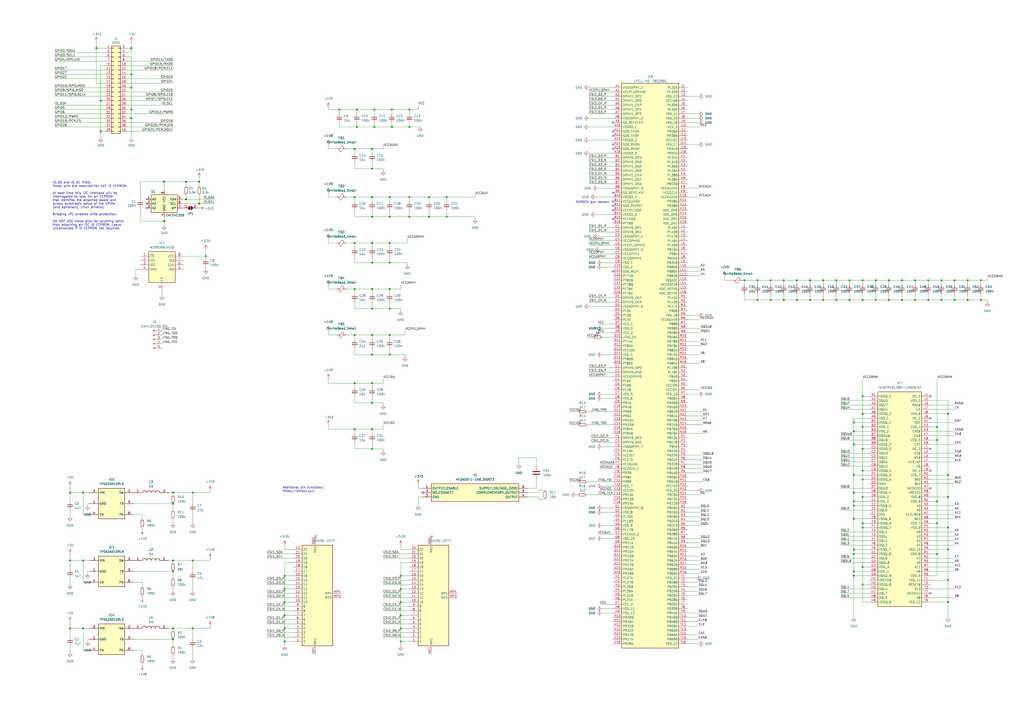
<source format=kicad_sch>
(kicad_sch (version 20230121) (generator eeschema)
  (paper "A2")
  (title_block (date "15 nov 2012"))
  (lib_symbols
    (symbol "+3.3V_1" (power) (pin_names (offset 0))
      (property "Value" "+3.3V_1" (at 0 3.556 0))
      (symbol "+3.3V_1_1_1"
        (pin power_in line (at 0 0 90) (length 0) hide (name "+3.3V") (number "1"))
      )
    )
    (symbol "+3.3V_2" (power) (pin_names (offset 0))
      (property "Value" "+3.3V_2" (at 0 3.556 0))
      (symbol "+3.3V_2_1_1"
        (pin power_in line (at 0 0 90) (length 0) hide (name "+3.3V") (number "1"))
      )
    )
    (symbol "+5V_1" (power) (pin_names (offset 0))
      (property "Value" "+5V_1" (at 0 3.556 0))
      (symbol "+5V_1_1_1"
        (pin power_in line (at 0 0 90) (length 0) hide (name "+5V") (number "1"))
      )
    )
    (symbol "Component:52435-2271"
      (property "Reference" "J" (at 64.77 12.7 0))
      (property "Value" "52435-2271" (at 64.77 10.16 0))
      (symbol "52435-2271_1_1"
        (pin passive line (at 7.62 12.7 270) (length 5.08) (name "1") (number "1"))
        (pin passive line (at 30.48 12.7 270) (length 5.08) (name "10") (number "10"))
        (pin passive line (at 33.02 12.7 270) (length 5.08) (name "11") (number "11"))
        (pin passive line (at 35.56 12.7 270) (length 5.08) (name "12") (number "12"))
        (pin passive line (at 38.1 12.7 270) (length 5.08) (name "13") (number "13"))
        (pin passive line (at 40.64 12.7 270) (length 5.08) (name "14") (number "14"))
        (pin passive line (at 43.18 12.7 270) (length 5.08) (name "15") (number "15"))
        (pin passive line (at 45.72 12.7 270) (length 5.08) (name "16") (number "16"))
        (pin passive line (at 48.26 12.7 270) (length 5.08) (name "17") (number "17"))
        (pin passive line (at 50.8 12.7 270) (length 5.08) (name "18") (number "18"))
        (pin passive line (at 53.34 12.7 270) (length 5.08) (name "19") (number "19"))
        (pin passive line (at 10.16 12.7 270) (length 5.08) (name "2") (number "2"))
        (pin passive line (at 55.88 12.7 270) (length 5.08) (name "20") (number "20"))
        (pin passive line (at 58.42 12.7 270) (length 5.08) (name "21") (number "21"))
        (pin passive line (at 60.96 12.7 270) (length 5.08) (name "22") (number "22"))
        (pin passive line (at 12.7 12.7 270) (length 5.08) (name "3") (number "3"))
        (pin passive line (at 15.24 12.7 270) (length 5.08) (name "4") (number "4"))
        (pin passive line (at 17.78 12.7 270) (length 5.08) (name "5") (number "5"))
        (pin passive line (at 20.32 12.7 270) (length 5.08) (name "6") (number "6"))
        (pin passive line (at 22.86 12.7 270) (length 5.08) (name "7") (number "7"))
        (pin passive line (at 25.4 12.7 270) (length 5.08) (name "8") (number "8"))
        (pin passive line (at 27.94 12.7 270) (length 5.08) (name "9") (number "9"))
        (pin passive line (at 0 0 0) (length 5.08) (name "MP1") (number "MP1"))
        (pin passive line (at 68.58 0 180) (length 5.08) (name "MP2") (number "MP2"))
        (pin passive line (at 33.02 -15.24 90) (length 5.08) (name "MP3") (number "MP3"))
        (pin passive line (at 35.56 -15.24 90) (length 5.08) (name "MP4") (number "MP4"))
      )
    )
    (symbol "Component:AK3ADDF1-156.2500T3"
      (property "Reference" "Y" (at 57.15 7.62 0))
      (property "Value" "AK3ADDF1-156.2500T3" (at 57.15 5.08 0))
      (symbol "AK3ADDF1-156.2500T3_1_1"
        (pin passive line (at 0 0 0) (length 5.08) (name "OUTPUT_ENABLE") (number "1"))
        (pin passive line (at 0 -2.54 0) (length 5.08) (name "NO_CONNECT") (number "2"))
        (pin passive line (at 0 -5.08 0) (length 5.08) (name "GND") (number "3"))
        (pin passive line (at 60.96 -5.08 180) (length 5.08) (name "OUTPUT") (number "4"))
        (pin passive line (at 60.96 -2.54 180) (length 5.08) (name "COMPLEMENTARY_OUTPUT") (number "5"))
        (pin passive line (at 60.96 0 180) (length 5.08) (name "SUPPLY_VOLTAGE_(VDD)") (number "6"))
      )
    )
    (symbol "Component:DFE252012F-1R0M=P2" (pin_names hide)
      (property "Reference" "L" (at 16.51 6.35 0))
      (property "Value" "DFE252012F-1R0M=P2" (at 16.51 3.81 0))
      (symbol "DFE252012F-1R0M=P2_1_1"
        (pin passive line (at 0 0 0) (length 5.08) (name "1") (number "1"))
        (pin passive line (at 20.32 0 180) (length 5.08) (name "2") (number "2"))
      )
    )
    (symbol "Component:IS46TR16128D-125KBLA2"
      (property "Reference" "IC" (at 31.75 7.62 0))
      (property "Value" "IS46TR16128D-125KBLA2" (at 31.75 5.08 0))
      (symbol "IS46TR16128D-125KBLA2_1_1"
        (pin passive line (at 0 0 0) (length 5.08) (name "VDDQ_1") (number "A1"))
        (pin passive line (at 0 -2.54 0) (length 5.08) (name "DQU5") (number "A2"))
        (pin passive line (at 0 -5.08 0) (length 5.08) (name "DQU7") (number "A3"))
        (pin passive line (at 0 -7.62 0) (length 5.08) (name "DQU4") (number "A7"))
        (pin passive line (at 0 -10.16 0) (length 5.08) (name "VDDQ_2") (number "A8"))
        (pin passive line (at 0 -12.7 0) (length 5.08) (name "VSS_1") (number "A9"))
        (pin passive line (at 0 -15.24 0) (length 5.08) (name "VSSQ_1") (number "B1"))
        (pin passive line (at 0 -17.78 0) (length 5.08) (name "VDD_1") (number "B2"))
        (pin passive line (at 0 -20.32 0) (length 5.08) (name "VSS_2") (number "B3"))
        (pin passive line (at 0 -22.86 0) (length 5.08) (name "DQSU#") (number "B7"))
        (pin passive line (at 0 -25.4 0) (length 5.08) (name "DQU6") (number "B8"))
        (pin passive line (at 0 -27.94 0) (length 5.08) (name "VSSQ_2") (number "B9"))
        (pin passive line (at 0 -30.48 0) (length 5.08) (name "VDDQ_3") (number "C1"))
        (pin passive line (at 0 -33.02 0) (length 5.08) (name "DQU3") (number "C2"))
        (pin passive line (at 0 -35.56 0) (length 5.08) (name "DQU1") (number "C3"))
        (pin passive line (at 0 -38.1 0) (length 5.08) (name "DQSU") (number "C7"))
        (pin passive line (at 0 -40.64 0) (length 5.08) (name "DQU2") (number "C8"))
        (pin passive line (at 0 -43.18 0) (length 5.08) (name "VDDQ_4") (number "C9"))
        (pin passive line (at 0 -45.72 0) (length 5.08) (name "VSSQ_3") (number "D1"))
        (pin passive line (at 0 -48.26 0) (length 5.08) (name "VDDQ_5") (number "D2"))
        (pin passive line (at 0 -50.8 0) (length 5.08) (name "DMU") (number "D3"))
        (pin passive line (at 0 -53.34 0) (length 5.08) (name "DQU0") (number "D7"))
        (pin passive line (at 0 -55.88 0) (length 5.08) (name "VSSQ_4") (number "D8"))
        (pin passive line (at 0 -58.42 0) (length 5.08) (name "VDD_2") (number "D9"))
        (pin passive line (at 0 -60.96 0) (length 5.08) (name "VSS_3") (number "E1"))
        (pin passive line (at 0 -63.5 0) (length 5.08) (name "VSSQ_5") (number "E2"))
        (pin passive line (at 0 -66.04 0) (length 5.08) (name "DQL0") (number "E3"))
        (pin passive line (at 0 -68.58 0) (length 5.08) (name "DML") (number "E7"))
        (pin passive line (at 0 -71.12 0) (length 5.08) (name "VSSQ_6") (number "E8"))
        (pin passive line (at 0 -73.66 0) (length 5.08) (name "VDDQ_6") (number "E9"))
        (pin passive line (at 0 -76.2 0) (length 5.08) (name "VDDQ_7") (number "F1"))
        (pin passive line (at 0 -78.74 0) (length 5.08) (name "DQL2") (number "F2"))
        (pin passive line (at 0 -81.28 0) (length 5.08) (name "DQSL") (number "F3"))
        (pin passive line (at 0 -83.82 0) (length 5.08) (name "DQL1") (number "F7"))
        (pin passive line (at 0 -86.36 0) (length 5.08) (name "DQL3") (number "F8"))
        (pin passive line (at 0 -88.9 0) (length 5.08) (name "VSSQ_7") (number "F9"))
        (pin passive line (at 0 -91.44 0) (length 5.08) (name "VSSQ_8") (number "G1"))
        (pin passive line (at 0 -93.98 0) (length 5.08) (name "DQL6") (number "G2"))
        (pin passive line (at 0 -96.52 0) (length 5.08) (name "DQSL#") (number "G3"))
        (pin passive line (at 0 -99.06 0) (length 5.08) (name "VDD_3") (number "G7"))
        (pin passive line (at 0 -101.6 0) (length 5.08) (name "VSS_4") (number "G8"))
        (pin passive line (at 0 -104.14 0) (length 5.08) (name "VSSQ_9") (number "G9"))
        (pin passive line (at 0 -106.68 0) (length 5.08) (name "VREFDQ") (number "H1"))
        (pin passive line (at 0 -109.22 0) (length 5.08) (name "VDDQ_8") (number "H2"))
        (pin passive line (at 0 -111.76 0) (length 5.08) (name "DQL4") (number "H3"))
        (pin passive line (at 0 -114.3 0) (length 5.08) (name "DQL7") (number "H7"))
        (pin passive line (at 0 -116.84 0) (length 5.08) (name "DQL5") (number "H8"))
        (pin passive line (at 0 -119.38 0) (length 5.08) (name "VDDQ_9") (number "H9"))
        (pin passive line (at 35.56 0 180) (length 5.08) (name "NC_1") (number "J1"))
        (pin passive line (at 35.56 -2.54 180) (length 5.08) (name "VSS_5") (number "J2"))
        (pin passive line (at 35.56 -5.08 180) (length 5.08) (name "RAS#") (number "J3"))
        (pin passive line (at 35.56 -7.62 180) (length 5.08) (name "CK") (number "J7"))
        (pin passive line (at 35.56 -10.16 180) (length 5.08) (name "VSS_6") (number "J8"))
        (pin passive line (at 35.56 -12.7 180) (length 5.08) (name "NC_2") (number "J9"))
        (pin passive line (at 35.56 -15.24 180) (length 5.08) (name "ODT") (number "K1"))
        (pin passive line (at 35.56 -17.78 180) (length 5.08) (name "VDD_4") (number "K2"))
        (pin passive line (at 35.56 -20.32 180) (length 5.08) (name "CAS#") (number "K3"))
        (pin passive line (at 35.56 -22.86 180) (length 5.08) (name "CK#") (number "K7"))
        (pin passive line (at 35.56 -25.4 180) (length 5.08) (name "VDD_5") (number "K8"))
        (pin passive line (at 35.56 -27.94 180) (length 5.08) (name "CKE") (number "K9"))
        (pin passive line (at 35.56 -30.48 180) (length 5.08) (name "NC_3") (number "L1"))
        (pin passive line (at 35.56 -33.02 180) (length 5.08) (name "CS#") (number "L2"))
        (pin passive line (at 35.56 -35.56 180) (length 5.08) (name "WE#") (number "L3"))
        (pin passive line (at 35.56 -38.1 180) (length 5.08) (name "A10/AP") (number "L7"))
        (pin passive line (at 35.56 -40.64 180) (length 5.08) (name "ZQ") (number "L8"))
        (pin passive line (at 35.56 -43.18 180) (length 5.08) (name "NC_4") (number "L9"))
        (pin passive line (at 35.56 -45.72 180) (length 5.08) (name "VSS_7") (number "M1"))
        (pin passive line (at 35.56 -48.26 180) (length 5.08) (name "BA0") (number "M2"))
        (pin passive line (at 35.56 -50.8 180) (length 5.08) (name "BA2") (number "M3"))
        (pin passive line (at 35.56 -53.34 180) (length 5.08) (name "NC(A15)") (number "M7"))
        (pin passive line (at 35.56 -55.88 180) (length 5.08) (name "VREFCA") (number "M8"))
        (pin passive line (at 35.56 -58.42 180) (length 5.08) (name "VSS_8") (number "M9"))
        (pin passive line (at 35.56 -60.96 180) (length 5.08) (name "VDD_6") (number "N1"))
        (pin passive line (at 35.56 -63.5 180) (length 5.08) (name "A3") (number "N2"))
        (pin passive line (at 35.56 -66.04 180) (length 5.08) (name "A0") (number "N3"))
        (pin passive line (at 35.56 -68.58 180) (length 5.08) (name "A12/BC#") (number "N7"))
        (pin passive line (at 35.56 -71.12 180) (length 5.08) (name "BA1") (number "N8"))
        (pin passive line (at 35.56 -73.66 180) (length 5.08) (name "VDD_7") (number "N9"))
        (pin passive line (at 35.56 -76.2 180) (length 5.08) (name "VSS_9") (number "P1"))
        (pin passive line (at 35.56 -78.74 180) (length 5.08) (name "A5") (number "P2"))
        (pin passive line (at 35.56 -81.28 180) (length 5.08) (name "A2") (number "P3"))
        (pin passive line (at 35.56 -83.82 180) (length 5.08) (name "A1") (number "P7"))
        (pin passive line (at 35.56 -86.36 180) (length 5.08) (name "A4") (number "P8"))
        (pin passive line (at 35.56 -88.9 180) (length 5.08) (name "VSS_10") (number "P9"))
        (pin passive line (at 35.56 -91.44 180) (length 5.08) (name "VDD_8") (number "R1"))
        (pin passive line (at 35.56 -93.98 180) (length 5.08) (name "A7") (number "R2"))
        (pin passive line (at 35.56 -96.52 180) (length 5.08) (name "A9") (number "R3"))
        (pin passive line (at 35.56 -99.06 180) (length 5.08) (name "A11") (number "R7"))
        (pin passive line (at 35.56 -101.6 180) (length 5.08) (name "A6") (number "R8"))
        (pin passive line (at 35.56 -104.14 180) (length 5.08) (name "VDD_9") (number "R9"))
        (pin passive line (at 35.56 -106.68 180) (length 5.08) (name "VSS_11") (number "T1"))
        (pin passive line (at 35.56 -109.22 180) (length 5.08) (name "RESET#") (number "T2"))
        (pin passive line (at 35.56 -111.76 180) (length 5.08) (name "A13") (number "T3"))
        (pin passive line (at 35.56 -114.3 180) (length 5.08) (name "NC(A14)") (number "T7"))
        (pin passive line (at 35.56 -116.84 180) (length 5.08) (name "A8") (number "T8"))
        (pin passive line (at 35.56 -119.38 180) (length 5.08) (name "VSS_12") (number "T9"))
      )
    )
    (symbol "Component:LIFCL-40-7BG256C"
      (property "Reference" "IC" (at 39.37 7.62 0))
      (property "Value" "LIFCL-40-7BG256C" (at 39.37 5.08 0))
      (symbol "LIFCL-40-7BG256C_1_1"
        (pin passive line (at 0 0 0) (length 5.08) (name "VSSADPHY_1") (number "A1"))
        (pin passive line (at 0 -22.86 0) (length 5.08) (name "VSSSD_1") (number "A10"))
        (pin passive line (at 0 -25.4 0) (length 5.08) (name "SD0_TXDN") (number "A11"))
        (pin passive line (at 0 -27.94 0) (length 5.08) (name "SD0_TXDP") (number "A12"))
        (pin passive line (at 0 -30.48 0) (length 5.08) (name "VSSSD_2") (number "A13"))
        (pin passive line (at 0 -33.02 0) (length 5.08) (name "SD0_RXDN") (number "A14"))
        (pin passive line (at 0 -35.56 0) (length 5.08) (name "SD0_RXDP") (number "A15"))
        (pin passive line (at 0 -38.1 0) (length 5.08) (name "VSSSD_3") (number "A16"))
        (pin passive line (at 0 -2.54 0) (length 5.08) (name "VCCPLLDPHY0") (number "A2"))
        (pin passive line (at 0 -5.08 0) (length 5.08) (name "DPHY1_DP2") (number "A3"))
        (pin passive line (at 0 -7.62 0) (length 5.08) (name "DPHY1_DP0") (number "A4"))
        (pin passive line (at 0 -10.16 0) (length 5.08) (name "DPHY1_CKP") (number "A5"))
        (pin passive line (at 0 -12.7 0) (length 5.08) (name "DPHY1_DP1") (number "A6"))
        (pin passive line (at 0 -15.24 0) (length 5.08) (name "DPHY1_DP3") (number "A7"))
        (pin passive line (at 0 -17.78 0) (length 5.08) (name "VSSADPHY_2") (number "A8"))
        (pin passive line (at 0 -20.32 0) (length 5.08) (name "SD_REFCLKP") (number "A9"))
        (pin passive line (at 0 -40.64 0) (length 5.08) (name "DPHY0_DP3") (number "B1"))
        (pin passive line (at 0 -63.5 0) (length 5.08) (name "VSSSD_4") (number "B10"))
        (pin passive line (at 0 -66.04 0) (length 5.08) (name "VCCAUXSD") (number "B11"))
        (pin passive line (at 0 -68.58 0) (length 5.08) (name "SD0_REFRET") (number "B12"))
        (pin passive line (at 0 -71.12 0) (length 5.08) (name "VCCPLLSD0") (number "B13"))
        (pin passive line (at 0 -73.66 0) (length 5.08) (name "VSSSD_5") (number "B14"))
        (pin passive line (at 0 -76.2 0) (length 5.08) (name "VCCSD0") (number "B15"))
        (pin passive line (at 0 -78.74 0) (length 5.08) (name "PT76B") (number "B16"))
        (pin passive line (at 0 -43.18 0) (length 5.08) (name "DPHY0_DN3") (number "B2"))
        (pin passive line (at 0 -45.72 0) (length 5.08) (name "DPHY1_DN2") (number "B3"))
        (pin passive line (at 0 -48.26 0) (length 5.08) (name "DPHY1_DN0") (number "B4"))
        (pin passive line (at 0 -50.8 0) (length 5.08) (name "DPHY1_CKN") (number "B5"))
        (pin passive line (at 0 -53.34 0) (length 5.08) (name "DPHY1_DN1") (number "B6"))
        (pin passive line (at 0 -55.88 0) (length 5.08) (name "DPHY1_DN3") (number "B7"))
        (pin passive line (at 0 -58.42 0) (length 5.08) (name "VSSADPHY_3") (number "B8"))
        (pin passive line (at 0 -60.96 0) (length 5.08) (name "SD_REFCLKN") (number "B9"))
        (pin passive line (at 0 -81.28 0) (length 5.08) (name "DPHY0_DP1") (number "C1"))
        (pin passive line (at 0 -104.14 0) (length 5.08) (name "VSS_2") (number "C10"))
        (pin passive line (at 0 -106.68 0) (length 5.08) (name "SD0_REXT") (number "C11"))
        (pin passive line (at 0 -109.22 0) (length 5.08) (name "PT74B") (number "C12"))
        (pin passive line (at 0 -111.76 0) (length 5.08) (name "PT82B") (number "C13"))
        (pin passive line (at 0 -114.3 0) (length 5.08) (name "PT78B") (number "C14"))
        (pin passive line (at 0 -116.84 0) (length 5.08) (name "PT78A") (number "C15"))
        (pin passive line (at 0 -119.38 0) (length 5.08) (name "PT76A") (number "C16"))
        (pin passive line (at 0 -83.82 0) (length 5.08) (name "DPHY0_DN1") (number "C2"))
        (pin passive line (at 0 -86.36 0) (length 5.08) (name "VSSADPHY_4") (number "C3"))
        (pin passive line (at 0 -88.9 0) (length 5.08) (name "VCCDPHY0") (number "C4"))
        (pin passive line (at 0 -91.44 0) (length 5.08) (name "VCCPLLDPHY1") (number "C5"))
        (pin passive line (at 0 -93.98 0) (length 5.08) (name "VSSADPHY_5") (number "C6"))
        (pin passive line (at 0 -96.52 0) (length 5.08) (name "VCCDPHY1") (number "C7"))
        (pin passive line (at 0 -99.06 0) (length 5.08) (name "VCCADPHY1") (number "C8"))
        (pin passive line (at 0 -101.6 0) (length 5.08) (name "VSS_1") (number "C9"))
        (pin passive line (at 0 -121.92 0) (length 5.08) (name "DPHY0_CKP") (number "D1"))
        (pin passive line (at 0 -144.78 0) (length 5.08) (name "JTAG_EN") (number "D10"))
        (pin passive line (at 0 -147.32 0) (length 5.08) (name "PT74A") (number "D11"))
        (pin passive line (at 0 -149.86 0) (length 5.08) (name "PT82A") (number "D12"))
        (pin passive line (at 0 -152.4 0) (length 5.08) (name "VCCIO0") (number "D13"))
        (pin passive line (at 0 -154.94 0) (length 5.08) (name "VSS_4") (number "D14"))
        (pin passive line (at 0 -157.48 0) (length 5.08) (name "PT80B") (number "D15"))
        (pin passive line (at 0 -160.02 0) (length 5.08) (name "PT80A") (number "D16"))
        (pin passive line (at 0 -124.46 0) (length 5.08) (name "DPHY0_CKN") (number "D2"))
        (pin passive line (at 0 -127 0) (length 5.08) (name "VSSADPHY_6") (number "D3"))
        (pin passive line (at 0 -129.54 0) (length 5.08) (name "PL3A") (number "D4"))
        (pin passive line (at 0 -132.08 0) (length 5.08) (name "PL3B") (number "D5"))
        (pin passive line (at 0 -134.62 0) (length 5.08) (name "PL4A") (number "D6"))
        (pin passive line (at 0 -137.16 0) (length 5.08) (name "VCC_1") (number "D7"))
        (pin passive line (at 0 -139.7 0) (length 5.08) (name "VSS_3") (number "D8"))
        (pin passive line (at 0 -142.24 0) (length 5.08) (name "VCC_2") (number "D9"))
        (pin passive line (at 0 -162.56 0) (length 5.08) (name "DPHY0_DP0") (number "E1"))
        (pin passive line (at 0 -185.42 0) (length 5.08) (name "PR4B") (number "E10"))
        (pin passive line (at 0 -187.96 0) (length 5.08) (name "PR6B") (number "E11"))
        (pin passive line (at 0 -190.5 0) (length 5.08) (name "PR6A") (number "E12"))
        (pin passive line (at 0 -193.04 0) (length 5.08) (name "PR10A") (number "E13"))
        (pin passive line (at 0 -195.58 0) (length 5.08) (name "PR10B") (number "E14"))
        (pin passive line (at 0 -198.12 0) (length 5.08) (name "PT84A") (number "E15"))
        (pin passive line (at 0 -200.66 0) (length 5.08) (name "PT84B") (number "E16"))
        (pin passive line (at 0 -165.1 0) (length 5.08) (name "DPHY0_DN0") (number "E2"))
        (pin passive line (at 0 -167.64 0) (length 5.08) (name "VCCADPHY0") (number "E3"))
        (pin passive line (at 0 -170.18 0) (length 5.08) (name "PL6A") (number "E4"))
        (pin passive line (at 0 -172.72 0) (length 5.08) (name "PL6B") (number "E5"))
        (pin passive line (at 0 -175.26 0) (length 5.08) (name "PL4B") (number "E6"))
        (pin passive line (at 0 -177.8 0) (length 5.08) (name "VSS_5") (number "E7"))
        (pin passive line (at 0 -180.34 0) (length 5.08) (name "VSS_6") (number "E8"))
        (pin passive line (at 0 -182.88 0) (length 5.08) (name "PR4A") (number "E9"))
        (pin passive line (at 0 -203.2 0) (length 5.08) (name "DPHY0_DP2") (number "F1"))
        (pin passive line (at 0 -226.06 0) (length 5.08) (name "PR8A") (number "F10"))
        (pin passive line (at 0 -228.6 0) (length 5.08) (name "PR8B") (number "F11"))
        (pin passive line (at 0 -231.14 0) (length 5.08) (name "VSS_7") (number "F12"))
        (pin passive line (at 0 -233.68 0) (length 5.08) (name "VCCIO1") (number "F13"))
        (pin passive line (at 0 -236.22 0) (length 5.08) (name "PR13A") (number "F14"))
        (pin passive line (at 0 -238.76 0) (length 5.08) (name "PR13B") (number "F15"))
        (pin passive line (at 0 -241.3 0) (length 5.08) (name "PR19A") (number "F16"))
        (pin passive line (at 0 -205.74 0) (length 5.08) (name "DPHY0_DN2") (number "F2"))
        (pin passive line (at 0 -208.28 0) (length 5.08) (name "VSSADPHY_7") (number "F3"))
        (pin passive line (at 0 -210.82 0) (length 5.08) (name "PL19A") (number "F4"))
        (pin passive line (at 0 -213.36 0) (length 5.08) (name "VCCIO7") (number "F5"))
        (pin passive line (at 0 -215.9 0) (length 5.08) (name "PL17A") (number "F6"))
        (pin passive line (at 0 -218.44 0) (length 5.08) (name "VCCAUXA") (number "F7"))
        (pin passive line (at 0 -220.98 0) (length 5.08) (name "VCCAUX_1") (number "F8"))
        (pin passive line (at 0 -223.52 0) (length 5.08) (name "PR3B") (number "F9"))
        (pin passive line (at 0 -243.84 0) (length 5.08) (name "VSSADPHY_8") (number "G1"))
        (pin passive line (at 0 -266.7 0) (length 5.08) (name "PR11B") (number "G10"))
        (pin passive line (at 0 -269.24 0) (length 5.08) (name "PR15A") (number "G11"))
        (pin passive line (at 0 -271.78 0) (length 5.08) (name "PR15B") (number "G12"))
        (pin passive line (at 0 -274.32 0) (length 5.08) (name "PR17A") (number "G13"))
        (pin passive line (at 0 -276.86 0) (length 5.08) (name "PR17B") (number "G14"))
        (pin passive line (at 0 -279.4 0) (length 5.08) (name "PR20A") (number "G15"))
        (pin passive line (at 0 -281.94 0) (length 5.08) (name "PR19B") (number "G16"))
        (pin passive line (at 0 -246.38 0) (length 5.08) (name "VSS_8") (number "G2"))
        (pin passive line (at 0 -248.92 0) (length 5.08) (name "PL20A") (number "G3"))
        (pin passive line (at 0 -251.46 0) (length 5.08) (name "PL19B") (number "G4"))
        (pin passive line (at 0 -254 0) (length 5.08) (name "VSS_9") (number "G5"))
        (pin passive line (at 0 -256.54 0) (length 5.08) (name "PL17B") (number "G6"))
        (pin passive line (at 0 -259.08 0) (length 5.08) (name "VCCAUX_2") (number "G7"))
        (pin passive line (at 0 -261.62 0) (length 5.08) (name "VSS_10") (number "G8"))
        (pin passive line (at 0 -264.16 0) (length 5.08) (name "PR11A") (number "G9"))
        (pin passive line (at 0 -284.48 0) (length 5.08) (name "PL27A") (number "H1"))
        (pin passive line (at 0 -307.34 0) (length 5.08) (name "PR30B") (number "H10"))
        (pin passive line (at 0 -309.88 0) (length 5.08) (name "PR30A") (number "H11"))
        (pin passive line (at 0 -312.42 0) (length 5.08) (name "PR32B") (number "H12"))
        (pin passive line (at 0 -314.96 0) (length 5.08) (name "PR32A") (number "H13"))
        (pin passive line (at 0 -317.5 0) (length 5.08) (name "PR27B") (number "H14"))
        (pin passive line (at 0 -320.04 0) (length 5.08) (name "PR27A") (number "H15"))
        (pin passive line (at 0 -322.58 0) (length 5.08) (name "PR26A") (number "H16"))
        (pin passive line (at 0 -287.02 0) (length 5.08) (name "PL27B") (number "H2"))
        (pin passive line (at 0 -289.56 0) (length 5.08) (name "PL26B") (number "H3"))
        (pin passive line (at 0 -292.1 0) (length 5.08) (name "PL26A") (number "H4"))
        (pin passive line (at 0 -294.64 0) (length 5.08) (name "PL24B") (number "H5"))
        (pin passive line (at 0 -297.18 0) (length 5.08) (name "PL24A") (number "H6"))
        (pin passive line (at 0 -299.72 0) (length 5.08) (name "VCC_3") (number "H7"))
        (pin passive line (at 0 -302.26 0) (length 5.08) (name "VSS_11") (number "H8"))
        (pin passive line (at 0 -304.8 0) (length 5.08) (name "VSS_12") (number "H9"))
        (pin passive line (at 43.18 0 180) (length 5.08) (name "PL32A") (number "J1"))
        (pin passive line (at 43.18 -22.86 180) (length 5.08) (name "VCC_4") (number "J10"))
        (pin passive line (at 43.18 -25.4 180) (length 5.08) (name "PR36A") (number "J11"))
        (pin passive line (at 43.18 -27.94 180) (length 5.08) (name "PR36B") (number "J12"))
        (pin passive line (at 43.18 -30.48 180) (length 5.08) (name "VCCIO2") (number "J13"))
        (pin passive line (at 43.18 -33.02 180) (length 5.08) (name "VSS_17") (number "J14"))
        (pin passive line (at 43.18 -35.56 180) (length 5.08) (name "PR34B") (number "J15"))
        (pin passive line (at 43.18 -38.1 180) (length 5.08) (name "PR34A") (number "J16"))
        (pin passive line (at 43.18 -2.54 180) (length 5.08) (name "PL32B") (number "J2"))
        (pin passive line (at 43.18 -5.08 180) (length 5.08) (name "VSS_13") (number "J3"))
        (pin passive line (at 43.18 -7.62 180) (length 5.08) (name "VCCIO6") (number "J4"))
        (pin passive line (at 43.18 -10.16 180) (length 5.08) (name "PL30B") (number "J5"))
        (pin passive line (at 43.18 -12.7 180) (length 5.08) (name "PL30A") (number "J6"))
        (pin passive line (at 43.18 -15.24 180) (length 5.08) (name "VSS_14") (number "J7"))
        (pin passive line (at 43.18 -17.78 180) (length 5.08) (name "VSS_15") (number "J8"))
        (pin passive line (at 43.18 -20.32 180) (length 5.08) (name "VSS_16") (number "J9"))
        (pin passive line (at 43.18 -40.64 180) (length 5.08) (name "PL34A") (number "K1"))
        (pin passive line (at 43.18 -63.5 180) (length 5.08) (name "VCCAUXH3") (number "K10"))
        (pin passive line (at 43.18 -66.04 180) (length 5.08) (name "PR38A") (number "K11"))
        (pin passive line (at 43.18 -68.58 180) (length 5.08) (name "PR38B") (number "K12"))
        (pin passive line (at 43.18 -71.12 180) (length 5.08) (name "ADC_DN0") (number "K13"))
        (pin passive line (at 43.18 -73.66 180) (length 5.08) (name "ADC_DP0") (number "K14"))
        (pin passive line (at 43.18 -76.2 180) (length 5.08) (name "ADC_DP1") (number "K15"))
        (pin passive line (at 43.18 -78.74 180) (length 5.08) (name "ADC_DN1") (number "K16"))
        (pin passive line (at 43.18 -43.18 180) (length 5.08) (name "PL34B") (number "K2"))
        (pin passive line (at 43.18 -45.72 180) (length 5.08) (name "PL36B") (number "K3"))
        (pin passive line (at 43.18 -48.26 180) (length 5.08) (name "PL36A") (number "K4"))
        (pin passive line (at 43.18 -50.8 180) (length 5.08) (name "PL38B") (number "K5"))
        (pin passive line (at 43.18 -53.34 180) (length 5.08) (name "PL38A") (number "K6"))
        (pin passive line (at 43.18 -55.88 180) (length 5.08) (name "PB10B") (number "K7"))
        (pin passive line (at 43.18 -58.42 180) (length 5.08) (name "VCCAUXH4") (number "K8"))
        (pin passive line (at 43.18 -60.96 180) (length 5.08) (name "VCCECLK") (number "K9"))
        (pin passive line (at 43.18 -81.28 180) (length 5.08) (name "PL40A") (number "L1"))
        (pin passive line (at 43.18 -104.14 180) (length 5.08) (name "PB80B") (number "L10"))
        (pin passive line (at 43.18 -106.68 180) (length 5.08) (name "PB80A") (number "L11"))
        (pin passive line (at 43.18 -109.22 180) (length 5.08) (name "PB82B") (number "L12"))
        (pin passive line (at 43.18 -111.76 180) (length 5.08) (name "VSSADC") (number "L13"))
        (pin passive line (at 43.18 -114.3 180) (length 5.08) (name "VCCADC18") (number "L14"))
        (pin passive line (at 43.18 -116.84 180) (length 5.08) (name "ADC_REFP0") (number "L15"))
        (pin passive line (at 43.18 -119.38 180) (length 5.08) (name "ADC_REFP1") (number "L16"))
        (pin passive line (at 43.18 -83.82 180) (length 5.08) (name "PL40B") (number "L2"))
        (pin passive line (at 43.18 -86.36 180) (length 5.08) (name "PL47B") (number "L3"))
        (pin passive line (at 43.18 -88.9 180) (length 5.08) (name "PL46A") (number "L4"))
        (pin passive line (at 43.18 -91.44 180) (length 5.08) (name "PL46B") (number "L5"))
        (pin passive line (at 43.18 -93.98 180) (length 5.08) (name "PB10A") (number "L6"))
        (pin passive line (at 43.18 -96.52 180) (length 5.08) (name "PB8A") (number "L7"))
        (pin passive line (at 43.18 -99.06 180) (length 5.08) (name "PB34A") (number "L8"))
        (pin passive line (at 43.18 -101.6 180) (length 5.08) (name "PB34B") (number "L9"))
        (pin passive line (at 43.18 -121.92 180) (length 5.08) (name "PL42A") (number "M1"))
        (pin passive line (at 43.18 -144.78 180) (length 5.08) (name "PB46A") (number "M10"))
        (pin passive line (at 43.18 -147.32 180) (length 5.08) (name "PB78B") (number "M11"))
        (pin passive line (at 43.18 -149.86 180) (length 5.08) (name "PB78A") (number "M12"))
        (pin passive line (at 43.18 -152.4 180) (length 5.08) (name "PB82A") (number "M13"))
        (pin passive line (at 43.18 -154.94 180) (length 5.08) (name "PB74A") (number "M14"))
        (pin passive line (at 43.18 -157.48 180) (length 5.08) (name "PB84B") (number "M15"))
        (pin passive line (at 43.18 -160.02 180) (length 5.08) (name "PB84A") (number "M16"))
        (pin passive line (at 43.18 -124.46 180) (length 5.08) (name "PL42B") (number "M2"))
        (pin passive line (at 43.18 -127 180) (length 5.08) (name "PL47A") (number "M3"))
        (pin passive line (at 43.18 -129.54 180) (length 5.08) (name "PB6B") (number "M4"))
        (pin passive line (at 43.18 -132.08 180) (length 5.08) (name "VSS_18") (number "M5"))
        (pin passive line (at 43.18 -134.62 180) (length 5.08) (name "VCCAUXH5") (number "M6"))
        (pin passive line (at 43.18 -137.16 180) (length 5.08) (name "PB8B") (number "M7"))
        (pin passive line (at 43.18 -139.7 180) (length 5.08) (name "PB38B") (number "M8"))
        (pin passive line (at 43.18 -142.24 180) (length 5.08) (name "PB38A") (number "M9"))
        (pin passive line (at 43.18 -162.56 180) (length 5.08) (name "PL49B") (number "N1"))
        (pin passive line (at 43.18 -185.42 180) (length 5.08) (name "PB46B") (number "N10"))
        (pin passive line (at 43.18 -187.96 180) (length 5.08) (name "PB64B") (number "N11"))
        (pin passive line (at 43.18 -190.5 180) (length 5.08) (name "PB64A") (number "N12"))
        (pin passive line (at 43.18 -193.04 180) (length 5.08) (name "PB70B") (number "N13"))
        (pin passive line (at 43.18 -195.58 180) (length 5.08) (name "PB74B") (number "N14"))
        (pin passive line (at 43.18 -198.12 180) (length 5.08) (name "PB76B") (number "N15"))
        (pin passive line (at 43.18 -200.66 180) (length 5.08) (name "PB76A") (number "N16"))
        (pin passive line (at 43.18 -165.1 180) (length 5.08) (name "PL49A") (number "N2"))
        (pin passive line (at 43.18 -167.64 180) (length 5.08) (name "PB4B") (number "N3"))
        (pin passive line (at 43.18 -170.18 180) (length 5.08) (name "PB6A") (number "N4"))
        (pin passive line (at 43.18 -172.72 180) (length 5.08) (name "VCCIO5") (number "N5"))
        (pin passive line (at 43.18 -175.26 180) (length 5.08) (name "VCCIO4") (number "N6"))
        (pin passive line (at 43.18 -177.8 180) (length 5.08) (name "VSS_19") (number "N7"))
        (pin passive line (at 43.18 -180.34 180) (length 5.08) (name "PB36A") (number "N8"))
        (pin passive line (at 43.18 -182.88 180) (length 5.08) (name "PB36B") (number "N9"))
        (pin passive line (at 43.18 -203.2 180) (length 5.08) (name "PB12A") (number "P1"))
        (pin passive line (at 43.18 -226.06 180) (length 5.08) (name "PB56A") (number "P10"))
        (pin passive line (at 43.18 -228.6 180) (length 5.08) (name "PB54B") (number "P11"))
        (pin passive line (at 43.18 -231.14 180) (length 5.08) (name "VCCIO3") (number "P12"))
        (pin passive line (at 43.18 -233.68 180) (length 5.08) (name "VSS_20") (number "P13"))
        (pin passive line (at 43.18 -236.22 180) (length 5.08) (name "PB70A") (number "P14"))
        (pin passive line (at 43.18 -238.76 180) (length 5.08) (name "PB72A") (number "P15"))
        (pin passive line (at 43.18 -241.3 180) (length 5.08) (name "PB72B") (number "P16"))
        (pin passive line (at 43.18 -205.74 180) (length 5.08) (name "PB12B") (number "P2"))
        (pin passive line (at 43.18 -208.28 180) (length 5.08) (name "PB4A") (number "P3"))
        (pin passive line (at 43.18 -210.82 180) (length 5.08) (name "PB24B") (number "P4"))
        (pin passive line (at 43.18 -213.36 180) (length 5.08) (name "PB22B") (number "P5"))
        (pin passive line (at 43.18 -215.9 180) (length 5.08) (name "PB32A") (number "P6"))
        (pin passive line (at 43.18 -218.44 180) (length 5.08) (name "PB32B") (number "P7"))
        (pin passive line (at 43.18 -220.98 180) (length 5.08) (name "PB42B") (number "P8"))
        (pin passive line (at 43.18 -223.52 180) (length 5.08) (name "PB44B") (number "P9"))
        (pin passive line (at 43.18 -243.84 180) (length 5.08) (name "PB16A") (number "R1"))
        (pin passive line (at 43.18 -266.7 180) (length 5.08) (name "PB56B") (number "R10"))
        (pin passive line (at 43.18 -269.24 180) (length 5.08) (name "PB54A") (number "R11"))
        (pin passive line (at 43.18 -271.78 180) (length 5.08) (name "PB60A") (number "R12"))
        (pin passive line (at 43.18 -274.32 180) (length 5.08) (name "PB62A") (number "R13"))
        (pin passive line (at 43.18 -276.86 180) (length 5.08) (name "PB62B") (number "R14"))
        (pin passive line (at 43.18 -279.4 180) (length 5.08) (name "PB68B") (number "R15"))
        (pin passive line (at 43.18 -281.94 180) (length 5.08) (name "PB68A") (number "R16"))
        (pin passive line (at 43.18 -246.38 180) (length 5.08) (name "PB16B") (number "R2"))
        (pin passive line (at 43.18 -248.92 180) (length 5.08) (name "PB18A") (number "R3"))
        (pin passive line (at 43.18 -251.46 180) (length 5.08) (name "PB24A") (number "R4"))
        (pin passive line (at 43.18 -254 180) (length 5.08) (name "PB22A") (number "R5"))
        (pin passive line (at 43.18 -256.54 180) (length 5.08) (name "PB26B") (number "R6"))
        (pin passive line (at 43.18 -259.08 180) (length 5.08) (name "PB28B") (number "R7"))
        (pin passive line (at 43.18 -261.62 180) (length 5.08) (name "PB42A") (number "R8"))
        (pin passive line (at 43.18 -264.16 180) (length 5.08) (name "PB44A") (number "R9"))
        (pin passive line (at 43.18 -284.48 180) (length 5.08) (name "VSS_21") (number "T1"))
        (pin passive line (at 43.18 -307.34 180) (length 5.08) (name "PB40B") (number "T10"))
        (pin passive line (at 43.18 -309.88 180) (length 5.08) (name "PB58B") (number "T11"))
        (pin passive line (at 43.18 -312.42 180) (length 5.08) (name "PB58A") (number "T12"))
        (pin passive line (at 43.18 -314.96 180) (length 5.08) (name "PB60B") (number "T13"))
        (pin passive line (at 43.18 -317.5 180) (length 5.08) (name "PB66A") (number "T14"))
        (pin passive line (at 43.18 -320.04 180) (length 5.08) (name "PB66B") (number "T15"))
        (pin passive line (at 43.18 -322.58 180) (length 5.08) (name "VSS_22") (number "T16"))
        (pin passive line (at 43.18 -287.02 180) (length 5.08) (name "PB18B") (number "T2"))
        (pin passive line (at 43.18 -289.56 180) (length 5.08) (name "PB20A") (number "T3"))
        (pin passive line (at 43.18 -292.1 180) (length 5.08) (name "PB20B") (number "T4"))
        (pin passive line (at 43.18 -294.64 180) (length 5.08) (name "PB26A") (number "T5"))
        (pin passive line (at 43.18 -297.18 180) (length 5.08) (name "PB28A") (number "T6"))
        (pin passive line (at 43.18 -299.72 180) (length 5.08) (name "PB30A") (number "T7"))
        (pin passive line (at 43.18 -302.26 180) (length 5.08) (name "PB30B") (number "T8"))
        (pin passive line (at 43.18 -304.8 180) (length 5.08) (name "PB40A") (number "T9"))
      )
    )
    (symbol "Component:W25R256JVEIQ"
      (property "Reference" "IC" (at 21.59 7.62 0))
      (property "Value" "W25R256JVEIQ" (at 21.59 5.08 0))
      (symbol "W25R256JVEIQ_1_1"
        (pin passive line (at 0 0 0) (length 5.08) (name "~{CS}") (number "1"))
        (pin passive line (at 0 -2.54 0) (length 5.08) (name "IO1") (number "2"))
        (pin passive line (at 0 -5.08 0) (length 5.08) (name "IO2") (number "3"))
        (pin passive line (at 0 -7.62 0) (length 5.08) (name "GND") (number "4"))
        (pin passive line (at 25.4 -7.62 180) (length 5.08) (name "IO0") (number "5"))
        (pin passive line (at 25.4 -5.08 180) (length 5.08) (name "CLK") (number "6"))
        (pin passive line (at 25.4 -2.54 180) (length 5.08) (name "IO3") (number "7"))
        (pin passive line (at 25.4 0 180) (length 5.08) (name "VCC") (number "8"))
        (pin passive line (at 12.7 -20.32 90) (length 5.08) (name "EP") (number "9"))
      )
    )
    (symbol "Connector:Conn_01x05_Pin" (pin_names (offset 1.016) hide)
      (property "Reference" "J" (at 0 7.62 0))
      (property "Value" "Conn_01x05_Pin" (at 0 -7.62 0))
      (symbol "Conn_01x05_Pin_1_1"
        (pin passive line (at 5.08 5.08 180) (length 3.81) (name "Pin_1") (number "1"))
        (pin passive line (at 5.08 2.54 180) (length 3.81) (name "Pin_2") (number "2"))
        (pin passive line (at 5.08 0 180) (length 3.81) (name "Pin_3") (number "3"))
        (pin passive line (at 5.08 -2.54 180) (length 3.81) (name "Pin_4") (number "4"))
        (pin passive line (at 5.08 -5.08 180) (length 3.81) (name "Pin_5") (number "5"))
      )
    )
    (symbol "Connector_Generic:Conn_02x20_Odd_Even" (pin_names (offset 1.016) hide)
      (property "Reference" "J" (at 1.27 25.4 0))
      (property "Value" "Conn_02x20_Odd_Even" (at 1.27 -27.94 0))
      (symbol "Conn_02x20_Odd_Even_1_1"
        (pin passive line (at -5.08 22.86 0) (length 3.81) (name "Pin_1") (number "1"))
        (pin passive line (at 7.62 12.7 180) (length 3.81) (name "Pin_10") (number "10"))
        (pin passive line (at -5.08 10.16 0) (length 3.81) (name "Pin_11") (number "11"))
        (pin passive line (at 7.62 10.16 180) (length 3.81) (name "Pin_12") (number "12"))
        (pin passive line (at -5.08 7.62 0) (length 3.81) (name "Pin_13") (number "13"))
        (pin passive line (at 7.62 7.62 180) (length 3.81) (name "Pin_14") (number "14"))
        (pin passive line (at -5.08 5.08 0) (length 3.81) (name "Pin_15") (number "15"))
        (pin passive line (at 7.62 5.08 180) (length 3.81) (name "Pin_16") (number "16"))
        (pin passive line (at -5.08 2.54 0) (length 3.81) (name "Pin_17") (number "17"))
        (pin passive line (at 7.62 2.54 180) (length 3.81) (name "Pin_18") (number "18"))
        (pin passive line (at -5.08 0 0) (length 3.81) (name "Pin_19") (number "19"))
        (pin passive line (at 7.62 22.86 180) (length 3.81) (name "Pin_2") (number "2"))
        (pin passive line (at 7.62 0 180) (length 3.81) (name "Pin_20") (number "20"))
        (pin passive line (at -5.08 -2.54 0) (length 3.81) (name "Pin_21") (number "21"))
        (pin passive line (at 7.62 -2.54 180) (length 3.81) (name "Pin_22") (number "22"))
        (pin passive line (at -5.08 -5.08 0) (length 3.81) (name "Pin_23") (number "23"))
        (pin passive line (at 7.62 -5.08 180) (length 3.81) (name "Pin_24") (number "24"))
        (pin passive line (at -5.08 -7.62 0) (length 3.81) (name "Pin_25") (number "25"))
        (pin passive line (at 7.62 -7.62 180) (length 3.81) (name "Pin_26") (number "26"))
        (pin passive line (at -5.08 -10.16 0) (length 3.81) (name "Pin_27") (number "27"))
        (pin passive line (at 7.62 -10.16 180) (length 3.81) (name "Pin_28") (number "28"))
        (pin passive line (at -5.08 -12.7 0) (length 3.81) (name "Pin_29") (number "29"))
        (pin passive line (at -5.08 20.32 0) (length 3.81) (name "Pin_3") (number "3"))
        (pin passive line (at 7.62 -12.7 180) (length 3.81) (name "Pin_30") (number "30"))
        (pin passive line (at -5.08 -15.24 0) (length 3.81) (name "Pin_31") (number "31"))
        (pin passive line (at 7.62 -15.24 180) (length 3.81) (name "Pin_32") (number "32"))
        (pin passive line (at -5.08 -17.78 0) (length 3.81) (name "Pin_33") (number "33"))
        (pin passive line (at 7.62 -17.78 180) (length 3.81) (name "Pin_34") (number "34"))
        (pin passive line (at -5.08 -20.32 0) (length 3.81) (name "Pin_35") (number "35"))
        (pin passive line (at 7.62 -20.32 180) (length 3.81) (name "Pin_36") (number "36"))
        (pin passive line (at -5.08 -22.86 0) (length 3.81) (name "Pin_37") (number "37"))
        (pin passive line (at 7.62 -22.86 180) (length 3.81) (name "Pin_38") (number "38"))
        (pin passive line (at -5.08 -25.4 0) (length 3.81) (name "Pin_39") (number "39"))
        (pin passive line (at 7.62 20.32 180) (length 3.81) (name "Pin_4") (number "4"))
        (pin passive line (at 7.62 -25.4 180) (length 3.81) (name "Pin_40") (number "40"))
        (pin passive line (at -5.08 17.78 0) (length 3.81) (name "Pin_5") (number "5"))
        (pin passive line (at 7.62 17.78 180) (length 3.81) (name "Pin_6") (number "6"))
        (pin passive line (at -5.08 15.24 0) (length 3.81) (name "Pin_7") (number "7"))
        (pin passive line (at 7.62 15.24 180) (length 3.81) (name "Pin_8") (number "8"))
        (pin passive line (at -5.08 12.7 0) (length 3.81) (name "Pin_9") (number "9"))
      )
    )
    (symbol "Device:C" (pin_numbers hide) (pin_names (offset 0.254))
      (property "Reference" "C" (at 0.635 2.54 0))
      (property "Value" "C" (at 0.635 -2.54 0))
      (symbol "C_1_1"
        (pin passive line (at 0 3.81 270) (length 2.794) (name "~") (number "1"))
        (pin passive line (at 0 -3.81 90) (length 2.794) (name "~") (number "2"))
      )
    )
    (symbol "Device:C_Small" (pin_numbers hide) (pin_names (offset 0.254) hide)
      (property "Reference" "C" (at 0.254 1.778 0))
      (property "Value" "C_Small" (at 0.254 -2.032 0))
      (symbol "C_Small_1_1"
        (pin passive line (at 0 2.54 270) (length 2.032) (name "~") (number "1"))
        (pin passive line (at 0 -2.54 90) (length 2.032) (name "~") (number "2"))
      )
    )
    (symbol "Device:FerriteBead_Small" (pin_numbers hide) (pin_names (offset 0))
      (property "Reference" "FB" (at 1.905 1.27 0))
      (property "Value" "FerriteBead_Small" (at 1.905 -1.27 0))
      (symbol "FerriteBead_Small_1_1"
        (pin passive line (at 0 2.54 270) (length 1.27) (name "~") (number "1"))
        (pin passive line (at 0 -2.54 90) (length 1.27) (name "~") (number "2"))
      )
    )
    (symbol "Device:R_Small" (pin_numbers hide) (pin_names (offset 0.254) hide)
      (property "Reference" "R" (at 0.762 0.508 0))
      (property "Value" "R_Small" (at 0.762 -1.016 0))
      (symbol "R_Small_1_1"
        (pin passive line (at 0 2.54 270) (length 0.762) (name "~") (number "1"))
        (pin passive line (at 0 -2.54 90) (length 0.762) (name "~") (number "2"))
      )
    )
    (symbol "GND_1" (power) (pin_names (offset 0))
      (property "Value" "GND_1" (at 0 -3.81 0))
      (symbol "GND_1_1_1"
        (pin power_in line (at 0 0 270) (length 0) hide (name "GND") (number "1"))
      )
    )
    (symbol "GND_10" (power) (pin_names (offset 0))
      (property "Value" "GND_10" (at 0 -3.81 0))
      (symbol "GND_10_1_1"
        (pin power_in line (at 0 0 270) (length 0) hide (name "GND") (number "1"))
      )
    )
    (symbol "GND_11" (power) (pin_names (offset 0))
      (property "Value" "GND_11" (at 0 -3.81 0))
      (symbol "GND_11_1_1"
        (pin power_in line (at 0 0 270) (length 0) hide (name "GND") (number "1"))
      )
    )
    (symbol "GND_12" (power) (pin_names (offset 0))
      (property "Value" "GND_12" (at 0 -3.81 0))
      (symbol "GND_12_1_1"
        (pin power_in line (at 0 0 270) (length 0) hide (name "GND") (number "1"))
      )
    )
    (symbol "GND_13" (power) (pin_names (offset 0))
      (property "Value" "GND_13" (at 0 -3.81 0))
      (symbol "GND_13_1_1"
        (pin power_in line (at 0 0 270) (length 0) hide (name "GND") (number "1"))
      )
    )
    (symbol "GND_14" (power) (pin_names (offset 0))
      (property "Value" "GND_14" (at 0 -3.81 0))
      (symbol "GND_14_1_1"
        (pin power_in line (at 0 0 270) (length 0) hide (name "GND") (number "1"))
      )
    )
    (symbol "GND_15" (power) (pin_names (offset 0))
      (property "Value" "GND_15" (at 0 -3.81 0))
      (symbol "GND_15_1_1"
        (pin power_in line (at 0 0 270) (length 0) hide (name "GND") (number "1"))
      )
    )
    (symbol "GND_16" (power) (pin_names (offset 0))
      (property "Value" "GND_16" (at 0 -3.81 0))
      (symbol "GND_16_1_1"
        (pin power_in line (at 0 0 270) (length 0) hide (name "GND") (number "1"))
      )
    )
    (symbol "GND_2" (power) (pin_names (offset 0))
      (property "Value" "GND_2" (at 0 -3.81 0))
      (symbol "GND_2_1_1"
        (pin power_in line (at 0 0 270) (length 0) hide (name "GND") (number "1"))
      )
    )
    (symbol "GND_3" (power) (pin_names (offset 0))
      (property "Value" "GND_3" (at 0 -3.81 0))
      (symbol "GND_3_1_1"
        (pin power_in line (at 0 0 270) (length 0) hide (name "GND") (number "1"))
      )
    )
    (symbol "GND_4" (power) (pin_names (offset 0))
      (property "Value" "GND_4" (at 0 -3.81 0))
      (symbol "GND_4_1_1"
        (pin power_in line (at 0 0 270) (length 0) hide (name "GND") (number "1"))
      )
    )
    (symbol "GND_5" (power) (pin_names (offset 0))
      (property "Value" "GND_5" (at 0 -3.81 0))
      (symbol "GND_5_1_1"
        (pin power_in line (at 0 0 270) (length 0) hide (name "GND") (number "1"))
      )
    )
    (symbol "GND_6" (power) (pin_names (offset 0))
      (property "Value" "GND_6" (at 0 -3.81 0))
      (symbol "GND_6_1_1"
        (pin power_in line (at 0 0 270) (length 0) hide (name "GND") (number "1"))
      )
    )
    (symbol "GND_7" (power) (pin_names (offset 0))
      (property "Value" "GND_7" (at 0 -3.81 0))
      (symbol "GND_7_1_1"
        (pin power_in line (at 0 0 270) (length 0) hide (name "GND") (number "1"))
      )
    )
    (symbol "GND_8" (power) (pin_names (offset 0))
      (property "Value" "GND_8" (at 0 -3.81 0))
      (symbol "GND_8_1_1"
        (pin power_in line (at 0 0 270) (length 0) hide (name "GND") (number "1"))
      )
    )
    (symbol "GND_9" (power) (pin_names (offset 0))
      (property "Value" "GND_9" (at 0 -3.81 0))
      (symbol "GND_9_1_1"
        (pin power_in line (at 0 0 270) (length 0) hide (name "GND") (number "1"))
      )
    )
    (symbol "Jumper:SolderJumper_2_Open" (pin_names (offset 0) hide)
      (property "Reference" "JP" (at 0 2.032 0))
      (property "Value" "SolderJumper_2_Open" (at 0 -2.54 0))
      (symbol "SolderJumper_2_Open_1_1"
        (pin passive line (at -3.81 0 0) (length 2.54) (name "A") (number "1"))
        (pin passive line (at 3.81 0 180) (length 2.54) (name "B") (number "2"))
      )
    )
    (symbol "Memory_EEPROM:CAT24C256"
      (property "Reference" "U" (at -6.35 6.35 0))
      (property "Value" "CAT24C256" (at 1.27 6.35 0))
      (symbol "CAT24C256_1_1"
        (pin input line (at -10.16 2.54 0) (length 2.54) (name "A0") (number "1"))
        (pin input line (at -10.16 0 0) (length 2.54) (name "A1") (number "2"))
        (pin input line (at -10.16 -2.54 0) (length 2.54) (name "A2") (number "3"))
        (pin power_in line (at 0 -7.62 90) (length 2.54) (name "GND") (number "4"))
        (pin bidirectional line (at 10.16 2.54 180) (length 2.54) (name "SDA") (number "5"))
        (pin input line (at 10.16 0 180) (length 2.54) (name "SCL") (number "6"))
        (pin input line (at 10.16 -2.54 180) (length 2.54) (name "WP") (number "7"))
        (pin power_in line (at 0 7.62 270) (length 2.54) (name "VCC") (number "8"))
      )
    )
    (symbol "TPS62A01DRLR_1"
      (property "Reference" "IC" (at 21.59 7.62 0))
      (property "Value" "TPS62A01DRLR" (at 21.59 5.08 0))
      (symbol "TPS62A01DRLR_1_1_1"
        (pin passive line (at 0 -6.35 0) (length 5.08) (name "GND") (number "1"))
        (pin passive line (at 25.4 0 180) (length 5.08) (name "SW") (number "2"))
        (pin passive line (at 0 0 0) (length 5.08) (name "VIN") (number "3"))
        (pin passive line (at 0 -12.7 0) (length 5.08) (name "EN") (number "4"))
        (pin passive line (at 25.4 -6.35 180) (length 5.08) (name "FB") (number "5"))
        (pin passive line (at 25.4 -12.7 180) (length 5.08) (name "PG") (number "6"))
      )
    )
    (symbol "power:+1V0" (power) (pin_names (offset 0))
      (property "Value" "+1V0" (at 0 3.556 0))
      (symbol "+1V0_1_1"
        (pin power_in line (at 0 0 90) (length 0) hide (name "+1V0") (number "1"))
      )
    )
    (symbol "power:+1V5" (power) (pin_names (offset 0))
      (property "Value" "+1V5" (at 0 3.556 0))
      (symbol "+1V5_1_1"
        (pin power_in line (at 0 0 90) (length 0) hide (name "+1V5") (number "1"))
      )
    )
    (symbol "power:+1V8" (power) (pin_names (offset 0))
      (property "Value" "+1V8" (at 0 3.556 0))
      (symbol "+1V8_1_1"
        (pin power_in line (at 0 0 90) (length 0) hide (name "+1V8") (number "1"))
      )
    )
    (symbol "power:+3.3V" (power) (pin_names (offset 0))
      (property "Value" "+3.3V" (at 0 3.556 0))
      (symbol "+3.3V_1_1"
        (pin power_in line (at 0 0 90) (length 0) hide (name "+3V3") (number "1"))
      )
    )
    (symbol "power:+5V" (power) (pin_names (offset 0))
      (property "Value" "+5V" (at 0 3.556 0))
      (symbol "+5V_1_1"
        (pin power_in line (at 0 0 90) (length 0) hide (name "+5V") (number "1"))
      )
    )
    (symbol "power:GND" (power) (pin_names (offset 0))
      (property "Value" "GND" (at 0 -3.81 0))
      (symbol "GND_1_1"
        (pin power_in line (at 0 0 270) (length 0) hide (name "GND") (number "1"))
      )
    )
  )
  (junction (at 232.41 334.01))
  (junction (at 477.52 162.56))
  (junction (at 543.56 303.53))
  (junction (at 100.33 292.1))
  (junction (at 508 162.56))
  (junction (at 215.9 114.3))
  (junction (at 100.33 325.12))
  (junction (at 232.41 364.49))
  (junction (at 500.38 328.93))
  (junction (at 530.86 173.99))
  (junction (at 76.2 63.5) (diameter 1.016))
  (junction (at 115.57 105.41) (diameter 1.016))
  (junction (at 40.64 364.49))
  (junction (at 196.85 63.5))
  (junction (at 55.88 27.94) (diameter 1.016))
  (junction (at 500.38 240.03))
  (junction (at 515.62 173.99))
  (junction (at 549.91 288.29))
  (junction (at 76.2 68.58) (diameter 1.016))
  (junction (at 107.95 115.57) (diameter 1.016))
  (junction (at 549.91 349.25))
  (junction (at 538.48 162.56))
  (junction (at 495.3 293.37))
  (junction (at 215.9 86.36))
  (junction (at 259.08 114.3))
  (junction (at 226.06 114.3))
  (junction (at 165.1 349.25))
  (junction (at 237.49 63.5))
  (junction (at 226.06 140.97))
  (junction (at 447.04 162.56))
  (junction (at 561.34 162.56))
  (junction (at 546.1 162.56))
  (junction (at 454.66 162.56))
  (junction (at 492.76 162.56))
  (junction (at 568.96 173.99))
  (junction (at 508 173.99))
  (junction (at 215.9 205.74))
  (junction (at 568.96 162.56))
  (junction (at 205.74 222.25))
  (junction (at 523.24 162.56))
  (junction (at 538.48 173.99))
  (junction (at 215.9 260.35))
  (junction (at 495.3 334.01))
  (junction (at 495.3 245.11))
  (junction (at 495.3 290.83))
  (junction (at 58.42 58.42) (diameter 1.016))
  (junction (at 217.17 73.66))
  (junction (at 232.41 341.63))
  (junction (at 500.38 247.65))
  (junction (at 500.38 273.05))
  (junction (at 515.62 162.56))
  (junction (at 215.9 222.25))
  (junction (at 226.06 125.73))
  (junction (at 100.33 285.75))
  (junction (at 549.91 275.59))
  (junction (at 215.9 97.79))
  (junction (at 500.38 162.56))
  (junction (at 226.06 152.4))
  (junction (at 215.9 233.68))
  (junction (at 232.41 349.25))
  (junction (at 500.38 303.53))
  (junction (at 469.9 162.56))
  (junction (at 205.74 248.92))
  (junction (at 485.14 162.56))
  (junction (at 431.8 162.56))
  (junction (at 215.9 167.64))
  (junction (at 543.56 290.83))
  (junction (at 226.06 179.07))
  (junction (at 76.2 50.8) (diameter 1.016))
  (junction (at 111.76 285.75))
  (junction (at 227.33 73.66))
  (junction (at 495.3 300.99))
  (junction (at 237.49 114.3))
  (junction (at 48.26 325.12))
  (junction (at 237.49 73.66))
  (junction (at 217.17 63.5))
  (junction (at 165.1 372.11))
  (junction (at 500.38 288.29))
  (junction (at 76.2 43.18) (diameter 1.016))
  (junction (at 40.64 285.75))
  (junction (at 215.9 179.07))
  (junction (at 232.41 356.87))
  (junction (at 237.49 125.73))
  (junction (at 48.26 364.49))
  (junction (at 165.1 341.63))
  (junction (at 495.3 250.19))
  (junction (at 107.95 105.41) (diameter 1.016))
  (junction (at 165.1 334.01))
  (junction (at 215.9 125.73))
  (junction (at 477.52 173.99))
  (junction (at 549.91 240.03))
  (junction (at 248.92 114.3))
  (junction (at 485.14 173.99))
  (junction (at 439.42 173.99))
  (junction (at 500.38 229.87))
  (junction (at 205.74 140.97))
  (junction (at 100.33 370.84))
  (junction (at 215.9 140.97))
  (junction (at 447.04 173.99))
  (junction (at 546.1 173.99))
  (junction (at 48.26 285.75))
  (junction (at 248.92 125.73))
  (junction (at 523.24 173.99))
  (junction (at 492.76 173.99))
  (junction (at 500.38 306.07))
  (junction (at 495.3 331.47))
  (junction (at 462.28 162.56))
  (junction (at 543.56 321.31))
  (junction (at 205.74 167.64))
  (junction (at 543.56 247.65))
  (junction (at 530.86 162.56))
  (junction (at 549.91 306.07))
  (junction (at 495.3 275.59))
  (junction (at 500.38 339.09))
  (junction (at 215.9 152.4))
  (junction (at 543.56 255.27))
  (junction (at 95.25 128.27) (diameter 1.016))
  (junction (at 462.28 173.99))
  (junction (at 205.74 114.3))
  (junction (at 205.74 194.31))
  (junction (at 95.25 105.41) (diameter 1.016))
  (junction (at 232.41 372.11))
  (junction (at 469.9 173.99))
  (junction (at 227.33 63.5))
  (junction (at 439.42 162.56))
  (junction (at 205.74 86.36))
  (junction (at 561.34 173.99))
  (junction (at 495.3 257.81))
  (junction (at 207.01 63.5))
  (junction (at 500.38 173.99))
  (junction (at 40.64 325.12))
  (junction (at 553.72 173.99))
  (junction (at 215.9 194.31))
  (junction (at 100.33 364.49))
  (junction (at 111.76 325.12))
  (junction (at 119.38 148.59))
  (junction (at 226.06 194.31))
  (junction (at 549.91 318.77))
  (junction (at 495.3 285.75))
  (junction (at 553.72 162.56))
  (junction (at 495.3 321.31))
  (junction (at 259.08 125.73))
  (junction (at 226.06 205.74))
  (junction (at 100.33 331.47))
  (junction (at 165.1 364.49))
  (junction (at 500.38 260.35))
  (junction (at 226.06 167.64))
  (junction (at 215.9 248.92))
  (junction (at 165.1 356.87))
  (junction (at 58.42 76.2) (diameter 1.016))
  (junction (at 495.3 318.77))
  (junction (at 500.38 278.13))
  (junction (at 207.01 73.66))
  (junction (at 111.76 364.49))
  (junction (at 76.2 27.94) (diameter 1.016))
  (junction (at 549.91 336.55))
  (junction (at 115.57 118.11) (diameter 1.016))
  (junction (at 454.66 173.99))
  (no_connect (at 85.09 115.57))
  (no_connect (at 85.09 118.11))
  (no_connect (at 85.09 120.65))
  (no_connect (at 539.75 260.35))
  (no_connect (at 355.6 71.12))
  (no_connect (at 539.75 344.17))
  (no_connect (at 355.6 76.2))
  (no_connect (at 355.6 121.92))
  (no_connect (at 355.6 119.38))
  (no_connect (at 355.6 86.36))
  (no_connect (at 355.6 157.48))
  (no_connect (at 539.75 229.87))
  (no_connect (at 245.11 285.75))
  (no_connect (at 355.6 83.82))
  (no_connect (at 539.75 242.57))
  (no_connect (at 355.6 127))
  (no_connect (at 355.6 78.74))
  (no_connect (at 539.75 283.21))
  (no_connect (at 355.6 111.76))
  (no_connect (at 539.75 273.05))
  (no_connect (at 355.6 116.84))
  (wire (pts (xy 447.04 162.56) (xy 447.04 165.1)))
  (wire (pts (xy 40.64 321.31) (xy 40.64 325.12)))
  (wire (pts (xy 539.75 252.73) (xy 553.72 252.73)))
  (wire (pts (xy 530.86 162.56) (xy 530.86 165.1)))
  (wire (pts (xy 553.72 173.99) (xy 561.34 173.99)))
  (wire (pts (xy 572.77 173.99) (xy 572.77 175.26)))
  (wire (pts (xy 58.42 58.42) (xy 58.42 76.2)))
  (wire (pts (xy 73.66 58.42) (xy 100.33 58.42)))
  (wire (pts (xy 495.3 290.83) (xy 495.3 293.37)))
  (wire (pts (xy 48.26 377.19) (xy 52.07 377.19)))
  (wire (pts (xy 100.33 370.84) (xy 100.33 374.65)))
  (wire (pts (xy 539.75 346.71) (xy 553.72 346.71)))
  (wire (pts (xy 232.41 318.77) (xy 237.49 318.77)))
  (wire (pts (xy 119.38 154.94) (xy 119.38 156.21)))
  (wire (pts (xy 232.41 372.11) (xy 237.49 372.11)))
  (wire (pts (xy 275.59 113.03) (xy 275.59 114.3)))
  (wire (pts (xy 222.25 367.03) (xy 237.49 367.03)))
  (wire (pts (xy 300.99 265.43) (xy 311.15 265.43)))
  (wire (pts (xy 500.38 288.29) (xy 500.38 303.53)))
  (wire (pts (xy 60.96 40.64) (xy 31.75 40.64)))
  (wire (pts (xy 341.63 104.14) (xy 355.6 104.14)))
  (wire (pts (xy 487.68 341.63) (xy 504.19 341.63)))
  (wire (pts (xy 95.25 105.41) (xy 107.95 105.41)))
  (wire (pts (xy 115.57 105.41) (xy 107.95 105.41)))
  (wire (pts (xy 115.57 107.95) (xy 115.57 105.41)))
  (wire (pts (xy 154.94 346.71) (xy 170.18 346.71)))
  (wire (pts (xy 345.44 114.3) (xy 355.6 114.3)))
  (wire (pts (xy 111.76 285.75) (xy 100.33 285.75)))
  (wire (pts (xy 420.37 160.02) (xy 420.37 162.56)))
  (wire (pts (xy 40.64 364.49) (xy 40.64 369.57)))
  (wire (pts (xy 190.5 86.36) (xy 195.58 86.36)))
  (wire (pts (xy 330.2 279.4) (xy 335.28 279.4)))
  (wire (pts (xy 48.26 325.12) (xy 52.07 325.12)))
  (wire (pts (xy 82.55 337.82) (xy 77.47 337.82)))
  (wire (pts (xy 398.78 345.44) (xy 405.13 345.44)))
  (wire (pts (xy 312.42 284.48) (xy 316.23 284.48)))
  (wire (pts (xy 76.2 33.02) (xy 76.2 43.18)))
  (wire (pts (xy 237.49 334.01) (xy 232.41 334.01)))
  (wire (pts (xy 243.84 73.66) (xy 237.49 73.66)))
  (wire (pts (xy 431.8 170.18) (xy 431.8 173.99)))
  (wire (pts (xy 237.49 349.25) (xy 232.41 349.25)))
  (wire (pts (xy 341.63 96.52) (xy 355.6 96.52)))
  (wire (pts (xy 398.78 332.74) (xy 406.4 332.74)))
  (wire (pts (xy 190.5 114.3) (xy 195.58 114.3)))
  (wire (pts (xy 539.75 326.39) (xy 553.72 326.39)))
  (wire (pts (xy 76.2 50.8) (xy 73.66 50.8)))
  (wire (pts (xy 205.74 97.79) (xy 215.9 97.79)))
  (wire (pts (xy 226.06 148.59) (xy 226.06 152.4)))
  (wire (pts (xy 487.68 311.15) (xy 504.19 311.15)))
  (wire (pts (xy 504.19 273.05) (xy 500.38 273.05)))
  (wire (pts (xy 190.5 246.38) (xy 190.5 248.92)))
  (wire (pts (xy 190.5 248.92) (xy 205.74 248.92)))
  (wire (pts (xy 530.86 170.18) (xy 530.86 173.99)))
  (wire (pts (xy 170.18 356.87) (xy 165.1 356.87)))
  (wire (pts (xy 165.1 364.49) (xy 170.18 364.49)))
  (wire (pts (xy 539.75 331.47) (xy 553.72 331.47)))
  (wire (pts (xy 500.38 173.99) (xy 508 173.99)))
  (wire (pts (xy 508 162.56) (xy 515.62 162.56)))
  (wire (pts (xy 349.25 294.64) (xy 355.6 294.64)))
  (wire (pts (xy 170.18 326.39) (xy 165.1 326.39)))
  (wire (pts (xy 349.25 353.06) (xy 355.6 353.06)))
  (wire (pts (xy 217.17 73.66) (xy 207.01 73.66)))
  (wire (pts (xy 398.78 370.84) (xy 405.13 370.84)))
  (wire (pts (xy 487.68 265.43) (xy 504.19 265.43)))
  (wire (pts (xy 237.49 71.12) (xy 237.49 73.66)))
  (wire (pts (xy 495.3 334.01) (xy 495.3 358.14)))
  (wire (pts (xy 76.2 63.5) (xy 76.2 68.58)))
  (wire (pts (xy 549.91 306.07) (xy 549.91 318.77)))
  (wire (pts (xy 340.36 246.38) (xy 355.6 246.38)))
  (wire (pts (xy 226.06 114.3) (xy 226.06 116.84)))
  (wire (pts (xy 398.78 241.3) (xy 407.67 241.3)))
  (wire (pts (xy 500.38 328.93) (xy 500.38 306.07)))
  (wire (pts (xy 487.68 237.49) (xy 504.19 237.49)))
  (wire (pts (xy 504.19 260.35) (xy 500.38 260.35)))
  (wire (pts (xy 398.78 271.78) (xy 407.67 271.78)))
  (wire (pts (xy 504.19 290.83) (xy 495.3 290.83)))
  (wire (pts (xy 398.78 358.14) (xy 405.13 358.14)))
  (wire (pts (xy 398.78 355.6) (xy 405.13 355.6)))
  (wire (pts (xy 119.38 148.59) (xy 119.38 144.78)))
  (wire (pts (xy 572.77 161.29) (xy 572.77 162.56)))
  (wire (pts (xy 205.74 179.07) (xy 215.9 179.07)))
  (wire (pts (xy 200.66 194.31) (xy 205.74 194.31)))
  (wire (pts (xy 226.06 194.31) (xy 234.95 194.31)))
  (wire (pts (xy 215.9 88.9) (xy 215.9 86.36)))
  (wire (pts (xy 504.19 257.81) (xy 495.3 257.81)))
  (wire (pts (xy 504.19 285.75) (xy 495.3 285.75)))
  (wire (pts (xy 398.78 68.58) (xy 405.13 68.58)))
  (wire (pts (xy 226.06 179.07) (xy 232.41 179.07)))
  (wire (pts (xy 349.25 304.8) (xy 355.6 304.8)))
  (wire (pts (xy 76.2 50.8) (xy 76.2 63.5)))
  (wire (pts (xy 539.75 237.49) (xy 553.72 237.49)))
  (wire (pts (xy 341.63 218.44) (xy 355.6 218.44)))
  (wire (pts (xy 242.57 280.67) (xy 242.57 283.21)))
  (wire (pts (xy 73.66 35.56) (xy 100.33 35.56)))
  (wire (pts (xy 500.38 260.35) (xy 500.38 273.05)))
  (wire (pts (xy 341.63 134.62) (xy 355.6 134.62)))
  (wire (pts (xy 398.78 302.26) (xy 406.4 302.26)))
  (wire (pts (xy 237.49 114.3) (xy 248.92 114.3)))
  (wire (pts (xy 200.66 167.64) (xy 205.74 167.64)))
  (wire (pts (xy 58.42 38.1) (xy 58.42 58.42)))
  (wire (pts (xy 398.78 297.18) (xy 406.4 297.18)))
  (wire (pts (xy 215.9 222.25) (xy 222.25 222.25)))
  (wire (pts (xy 487.68 252.73) (xy 504.19 252.73)))
  (wire (pts (xy 347.98 284.48) (xy 355.6 284.48)))
  (wire (pts (xy 539.75 323.85) (xy 553.72 323.85)))
  (wire (pts (xy 330.2 238.76) (xy 335.28 238.76)))
  (wire (pts (xy 105.41 115.57) (xy 107.95 115.57)))
  (wire (pts (xy 107.95 115.57) (xy 124.46 115.57)))
  (wire (pts (xy 543.56 247.65) (xy 543.56 219.71)))
  (wire (pts (xy 553.72 170.18) (xy 553.72 173.99)))
  (wire (pts (xy 495.3 318.77) (xy 495.3 321.31)))
  (wire (pts (xy 349.25 231.14) (xy 355.6 231.14)))
  (wire (pts (xy 477.52 162.56) (xy 477.52 165.1)))
  (wire (pts (xy 190.5 62.23) (xy 190.5 63.5)))
  (wire (pts (xy 232.41 372.11) (xy 232.41 364.49)))
  (wire (pts (xy 196.85 63.5) (xy 196.85 66.04)))
  (wire (pts (xy 82.55 386.08) (xy 82.55 384.81)))
  (wire (pts (xy 504.19 240.03) (xy 500.38 240.03)))
  (wire (pts (xy 462.28 173.99) (xy 469.9 173.99)))
  (wire (pts (xy 439.42 173.99) (xy 447.04 173.99)))
  (wire (pts (xy 398.78 284.48) (xy 405.13 284.48)))
  (wire (pts (xy 515.62 162.56) (xy 523.24 162.56)))
  (wire (pts (xy 340.36 238.76) (xy 355.6 238.76)))
  (wire (pts (xy 259.08 114.3) (xy 275.59 114.3)))
  (wire (pts (xy 341.63 132.08) (xy 355.6 132.08)))
  (wire (pts (xy 398.78 200.66) (xy 406.4 200.66)))
  (wire (pts (xy 237.49 341.63) (xy 232.41 341.63)))
  (wire (pts (xy 234.95 191.77) (xy 234.95 194.31)))
  (wire (pts (xy 487.68 283.21) (xy 504.19 283.21)))
  (wire (pts (xy 58.42 38.1) (xy 60.96 38.1)))
  (wire (pts (xy 500.38 219.71) (xy 500.38 229.87)))
  (wire (pts (xy 508 162.56) (xy 508 165.1)))
  (wire (pts (xy 105.41 120.65) (xy 106.68 120.65)))
  (wire (pts (xy 114.3 120.65) (xy 115.57 120.65)))
  (wire (pts (xy 40.64 281.94) (xy 40.64 285.75)))
  (wire (pts (xy 73.66 55.88) (xy 100.33 55.88)))
  (wire (pts (xy 539.75 295.91) (xy 553.72 295.91)))
  (wire (pts (xy 539.75 316.23) (xy 553.72 316.23)))
  (wire (pts (xy 222.25 336.55) (xy 237.49 336.55)))
  (wire (pts (xy 200.66 114.3) (xy 205.74 114.3)))
  (wire (pts (xy 60.96 60.96) (xy 31.75 60.96)))
  (wire (pts (xy 549.91 240.03) (xy 549.91 275.59)))
  (wire (pts (xy 530.86 162.56) (xy 538.48 162.56)))
  (wire (pts (xy 462.28 162.56) (xy 462.28 165.1)))
  (wire (pts (xy 154.94 367.03) (xy 170.18 367.03)))
  (wire (pts (xy 549.91 232.41) (xy 549.91 240.03)))
  (wire (pts (xy 232.41 374.65) (xy 232.41 372.11)))
  (wire (pts (xy 495.3 293.37) (xy 504.19 293.37)))
  (wire (pts (xy 398.78 226.06) (xy 406.4 226.06)))
  (wire (pts (xy 222.25 361.95) (xy 237.49 361.95)))
  (wire (pts (xy 77.47 370.84) (xy 100.33 370.84)))
  (wire (pts (xy 200.66 140.97) (xy 205.74 140.97)))
  (wire (pts (xy 462.28 162.56) (xy 469.9 162.56)))
  (wire (pts (xy 31.75 63.5) (xy 60.96 63.5)))
  (wire (pts (xy 165.1 349.25) (xy 165.1 356.87)))
  (wire (pts (xy 190.5 194.31) (xy 195.58 194.31)))
  (wire (pts (xy 539.75 265.43) (xy 553.72 265.43)))
  (wire (pts (xy 487.68 295.91) (xy 504.19 295.91)))
  (wire (pts (xy 205.74 93.98) (xy 205.74 97.79)))
  (wire (pts (xy 215.9 194.31) (xy 226.06 194.31)))
  (wire (pts (xy 226.06 167.64) (xy 226.06 170.18)))
  (wire (pts (xy 349.25 205.74) (xy 355.6 205.74)))
  (wire (pts (xy 340.36 195.58) (xy 344.17 195.58)))
  (wire (pts (xy 232.41 364.49) (xy 237.49 364.49)))
  (wire (pts (xy 398.78 83.82) (xy 405.13 83.82)))
  (wire (pts (xy 111.76 370.84) (xy 111.76 364.49)))
  (wire (pts (xy 154.94 354.33) (xy 170.18 354.33)))
  (wire (pts (xy 538.48 162.56) (xy 538.48 165.1)))
  (wire (pts (xy 487.68 346.71) (xy 504.19 346.71)))
  (wire (pts (xy 50.8 331.47) (xy 52.07 331.47)))
  (wire (pts (xy 549.91 336.55) (xy 549.91 349.25)))
  (wire (pts (xy 420.37 162.56) (xy 425.45 162.56)))
  (wire (pts (xy 226.06 140.97) (xy 226.06 143.51)))
  (wire (pts (xy 543.56 290.83) (xy 543.56 303.53)))
  (wire (pts (xy 543.56 303.53) (xy 543.56 321.31)))
  (wire (pts (xy 215.9 167.64) (xy 226.06 167.64)))
  (wire (pts (xy 447.04 162.56) (xy 454.66 162.56)))
  (wire (pts (xy 48.26 337.82) (xy 52.07 337.82)))
  (wire (pts (xy 398.78 335.28) (xy 403.86 335.28)))
  (wire (pts (xy 485.14 165.1) (xy 485.14 162.56)))
  (wire (pts (xy 398.78 342.9) (xy 405.13 342.9)))
  (wire (pts (xy 495.3 321.31) (xy 504.19 321.31)))
  (wire (pts (xy 523.24 162.56) (xy 523.24 165.1)))
  (wire (pts (xy 207.01 63.5) (xy 217.17 63.5)))
  (wire (pts (xy 347.98 271.78) (xy 355.6 271.78)))
  (wire (pts (xy 495.3 250.19) (xy 495.3 257.81)))
  (wire (pts (xy 232.41 356.87) (xy 232.41 364.49)))
  (wire (pts (xy 504.19 247.65) (xy 500.38 247.65)))
  (wire (pts (xy 487.68 344.17) (xy 504.19 344.17)))
  (wire (pts (xy 232.41 316.23) (xy 232.41 318.77)))
  (wire (pts (xy 215.9 179.07) (xy 226.06 179.07)))
  (wire (pts (xy 58.42 58.42) (xy 60.96 58.42)))
  (wire (pts (xy 115.57 102.87) (xy 115.57 105.41)))
  (wire (pts (xy 312.42 289.56) (xy 316.23 289.56)))
  (wire (pts (xy 121.92 285.75) (xy 121.92 284.48)))
  (wire (pts (xy 539.75 290.83) (xy 543.56 290.83)))
  (wire (pts (xy 82.55 307.34) (xy 82.55 306.07)))
  (wire (pts (xy 306.07 288.29) (xy 312.42 288.29)))
  (wire (pts (xy 485.14 173.99) (xy 485.14 170.18)))
  (wire (pts (xy 340.36 287.02) (xy 355.6 287.02)))
  (wire (pts (xy 349.25 154.94) (xy 355.6 154.94)))
  (wire (pts (xy 431.8 162.56) (xy 439.42 162.56)))
  (wire (pts (xy 226.06 125.73) (xy 237.49 125.73)))
  (wire (pts (xy 398.78 71.12) (xy 405.13 71.12)))
  (wire (pts (xy 346.71 187.96) (xy 355.6 187.96)))
  (wire (pts (xy 73.66 45.72) (xy 100.33 45.72)))
  (wire (pts (xy 237.49 114.3) (xy 237.49 116.84)))
  (wire (pts (xy 95.25 105.41) (xy 95.25 110.49)))
  (wire (pts (xy 477.52 173.99) (xy 485.14 173.99)))
  (wire (pts (xy 492.76 162.56) (xy 500.38 162.56)))
  (wire (pts (xy 504.19 306.07) (xy 500.38 306.07)))
  (wire (pts (xy 347.98 269.24) (xy 355.6 269.24)))
  (wire (pts (xy 398.78 157.48) (xy 406.4 157.48)))
  (wire (pts (xy 439.42 162.56) (xy 439.42 165.1)))
  (wire (pts (xy 205.74 148.59) (xy 205.74 152.4)))
  (wire (pts (xy 539.75 303.53) (xy 543.56 303.53)))
  (wire (pts (xy 543.56 255.27) (xy 543.56 247.65)))
  (wire (pts (xy 398.78 243.84) (xy 407.67 243.84)))
  (wire (pts (xy 227.33 63.5) (xy 227.33 66.04)))
  (wire (pts (xy 226.06 152.4) (xy 236.22 152.4)))
  (wire (pts (xy 111.76 331.47) (xy 111.76 325.12)))
  (wire (pts (xy 398.78 294.64) (xy 406.4 294.64)))
  (wire (pts (xy 215.9 170.18) (xy 215.9 167.64)))
  (wire (pts (xy 205.74 125.73) (xy 215.9 125.73)))
  (wire (pts (xy 196.85 63.5) (xy 207.01 63.5)))
  (wire (pts (xy 447.04 173.99) (xy 454.66 173.99)))
  (wire (pts (xy 398.78 340.36) (xy 405.13 340.36)))
  (wire (pts (xy 398.78 373.38) (xy 405.13 373.38)))
  (wire (pts (xy 222.25 233.68) (xy 222.25 234.95)))
  (wire (pts (xy 73.66 76.2) (xy 100.33 76.2)))
  (wire (pts (xy 58.42 76.2) (xy 58.42 80.01)))
  (wire (pts (xy 31.75 43.18) (xy 60.96 43.18)))
  (wire (pts (xy 115.57 113.03) (xy 115.57 118.11)))
  (wire (pts (xy 539.75 298.45) (xy 553.72 298.45)))
  (wire (pts (xy 341.63 172.72) (xy 355.6 172.72)))
  (wire (pts (xy 55.88 24.13) (xy 55.88 27.94)))
  (wire (pts (xy 523.24 173.99) (xy 530.86 173.99)))
  (wire (pts (xy 398.78 114.3) (xy 405.13 114.3)))
  (wire (pts (xy 539.75 255.27) (xy 543.56 255.27)))
  (wire (pts (xy 215.9 152.4) (xy 215.9 148.59)))
  (wire (pts (xy 82.55 300.99) (xy 82.55 298.45)))
  (wire (pts (xy 190.5 63.5) (xy 196.85 63.5)))
  (wire (pts (xy 539.75 247.65) (xy 543.56 247.65)))
  (wire (pts (xy 349.25 228.6) (xy 355.6 228.6)))
  (wire (pts (xy 398.78 154.94) (xy 406.4 154.94)))
  (wire (pts (xy 341.63 50.8) (xy 355.6 50.8)))
  (wire (pts (xy 495.3 293.37) (xy 495.3 300.99)))
  (wire (pts (xy 205.74 175.26) (xy 205.74 179.07)))
  (wire (pts (xy 242.57 288.29) (xy 245.11 288.29)))
  (wire (pts (xy 312.42 288.29) (xy 312.42 289.56)))
  (wire (pts (xy 222.25 344.17) (xy 237.49 344.17)))
  (wire (pts (xy 236.22 138.43) (xy 236.22 140.97)))
  (wire (pts (xy 398.78 205.74) (xy 406.4 205.74)))
  (wire (pts (xy 226.06 201.93) (xy 226.06 205.74)))
  (wire (pts (xy 222.25 354.33) (xy 237.49 354.33)))
  (wire (pts (xy 349.25 281.94) (xy 355.6 281.94)))
  (wire (pts (xy 121.92 325.12) (xy 121.92 323.85)))
  (wire (pts (xy 349.25 195.58) (xy 355.6 195.58)))
  (wire (pts (xy 226.06 175.26) (xy 226.06 179.07)))
  (wire (pts (xy 190.5 219.71) (xy 190.5 222.25)))
  (wire (pts (xy 76.2 68.58) (xy 73.66 68.58)))
  (wire (pts (xy 500.38 273.05) (xy 500.38 278.13)))
  (wire (pts (xy 341.63 53.34) (xy 355.6 53.34)))
  (wire (pts (xy 205.74 86.36) (xy 205.74 88.9)))
  (wire (pts (xy 454.66 162.56) (xy 454.66 165.1)))
  (wire (pts (xy 349.25 190.5) (xy 355.6 190.5)))
  (wire (pts (xy 515.62 170.18) (xy 515.62 173.99)))
  (wire (pts (xy 341.63 68.58) (xy 355.6 68.58)))
  (wire (pts (xy 398.78 317.5) (xy 406.4 317.5)))
  (wire (pts (xy 487.68 267.97) (xy 504.19 267.97)))
  (wire (pts (xy 504.19 275.59) (xy 495.3 275.59)))
  (wire (pts (xy 100.33 292.1) (xy 100.33 295.91)))
  (wire (pts (xy 165.1 341.63) (xy 165.1 349.25)))
  (wire (pts (xy 205.74 222.25) (xy 215.9 222.25)))
  (wire (pts (xy 539.75 328.93) (xy 553.72 328.93)))
  (wire (pts (xy 222.25 369.57) (xy 237.49 369.57)))
  (wire (pts (xy 31.75 33.02) (xy 60.96 33.02)))
  (wire (pts (xy 487.68 313.69) (xy 504.19 313.69)))
  (wire (pts (xy 568.96 162.56) (xy 568.96 165.1)))
  (wire (pts (xy 546.1 173.99) (xy 553.72 173.99)))
  (wire (pts (xy 469.9 173.99) (xy 477.52 173.99)))
  (wire (pts (xy 306.07 285.75) (xy 312.42 285.75)))
  (wire (pts (xy 568.96 162.56) (xy 572.77 162.56)))
  (wire (pts (xy 341.63 106.68) (xy 355.6 106.68)))
  (wire (pts (xy 300.99 269.24) (xy 300.99 265.43)))
  (wire (pts (xy 546.1 170.18) (xy 546.1 173.99)))
  (wire (pts (xy 341.63 139.7) (xy 355.6 139.7)))
  (wire (pts (xy 31.75 55.88) (xy 60.96 55.88)))
  (wire (pts (xy 349.25 312.42) (xy 355.6 312.42)))
  (wire (pts (xy 492.76 173.99) (xy 500.38 173.99)))
  (wire (pts (xy 398.78 368.3) (xy 405.13 368.3)))
  (wire (pts (xy 504.19 300.99) (xy 495.3 300.99)))
  (wire (pts (xy 398.78 304.8) (xy 406.4 304.8)))
  (wire (pts (xy 165.1 374.65) (xy 165.1 372.11)))
  (wire (pts (xy 462.28 170.18) (xy 462.28 173.99)))
  (wire (pts (xy 341.63 142.24) (xy 355.6 142.24)))
  (wire (pts (xy 227.33 73.66) (xy 217.17 73.66)))
  (wire (pts (xy 190.5 83.82) (xy 190.5 86.36)))
  (wire (pts (xy 232.41 334.01) (xy 232.41 341.63)))
  (wire (pts (xy 154.94 344.17) (xy 170.18 344.17)))
  (wire (pts (xy 165.1 372.11) (xy 165.1 364.49)))
  (wire (pts (xy 55.88 48.26) (xy 60.96 48.26)))
  (wire (pts (xy 77.47 331.47) (xy 100.33 331.47)))
  (wire (pts (xy 106.68 148.59) (xy 119.38 148.59)))
  (wire (pts (xy 165.1 356.87) (xy 165.1 364.49)))
  (wire (pts (xy 60.96 30.48) (xy 31.75 30.48)))
  (wire (pts (xy 504.19 229.87) (xy 500.38 229.87)))
  (wire (pts (xy 190.5 111.76) (xy 190.5 114.3)))
  (wire (pts (xy 398.78 55.88) (xy 405.13 55.88)))
  (wire (pts (xy 341.63 93.98) (xy 355.6 93.98)))
  (wire (pts (xy 398.78 287.02) (xy 406.4 287.02)))
  (wire (pts (xy 311.15 283.21) (xy 306.07 283.21)))
  (wire (pts (xy 500.38 339.09) (xy 500.38 328.93)))
  (wire (pts (xy 76.2 27.94) (xy 76.2 30.48)))
  (wire (pts (xy 232.41 179.07) (xy 232.41 180.34)))
  (wire (pts (xy 398.78 193.04) (xy 406.4 193.04)))
  (wire (pts (xy 237.49 356.87) (xy 232.41 356.87)))
  (wire (pts (xy 154.94 369.57) (xy 170.18 369.57)))
  (wire (pts (xy 154.94 351.79) (xy 170.18 351.79)))
  (wire (pts (xy 205.74 114.3) (xy 215.9 114.3)))
  (wire (pts (xy 340.36 279.4) (xy 355.6 279.4)))
  (wire (pts (xy 40.64 325.12) (xy 40.64 330.2)))
  (wire (pts (xy 190.5 138.43) (xy 190.5 140.97)))
  (wire (pts (xy 485.14 162.56) (xy 492.76 162.56)))
  (wire (pts (xy 119.38 149.86) (xy 119.38 148.59)))
  (wire (pts (xy 76.2 43.18) (xy 76.2 50.8)))
  (wire (pts (xy 154.94 339.09) (xy 170.18 339.09)))
  (wire (pts (xy 121.92 364.49) (xy 121.92 363.22)))
  (wire (pts (xy 349.25 152.4) (xy 355.6 152.4)))
  (wire (pts (xy 539.75 250.19) (xy 553.72 250.19)))
  (wire (pts (xy 487.68 270.51) (xy 504.19 270.51)))
  (wire (pts (xy 330.2 246.38) (xy 335.28 246.38)))
  (wire (pts (xy 500.38 240.03) (xy 500.38 247.65)))
  (wire (pts (xy 215.9 196.85) (xy 215.9 194.31)))
  (wire (pts (xy 495.3 275.59) (xy 495.3 285.75)))
  (wire (pts (xy 73.66 40.64) (xy 100.33 40.64)))
  (wire (pts (xy 76.2 43.18) (xy 73.66 43.18)))
  (wire (pts (xy 48.26 285.75) (xy 48.26 298.45)))
  (wire (pts (xy 398.78 66.04) (xy 405.13 66.04)))
  (wire (pts (xy 398.78 73.66) (xy 406.4 73.66)))
  (wire (pts (xy 539.75 321.31) (xy 543.56 321.31)))
  (wire (pts (xy 205.74 229.87) (xy 205.74 233.68)))
  (wire (pts (xy 232.41 349.25) (xy 232.41 356.87)))
  (wire (pts (xy 190.5 165.1) (xy 190.5 167.64)))
  (wire (pts (xy 234.95 205.74) (xy 234.95 207.01)))
  (wire (pts (xy 165.1 316.23) (xy 165.1 318.77)))
  (wire (pts (xy 76.2 24.13) (xy 76.2 27.94)))
  (wire (pts (xy 154.94 359.41) (xy 170.18 359.41)))
  (wire (pts (xy 111.76 325.12) (xy 100.33 325.12)))
  (wire (pts (xy 190.5 222.25) (xy 205.74 222.25)))
  (wire (pts (xy 222.25 359.41) (xy 237.49 359.41)))
  (wire (pts (xy 312.42 285.75) (xy 312.42 284.48)))
  (wire (pts (xy 215.9 251.46) (xy 215.9 248.92)))
  (wire (pts (xy 226.06 194.31) (xy 226.06 196.85)))
  (wire (pts (xy 248.92 121.92) (xy 248.92 125.73)))
  (wire (pts (xy 398.78 337.82) (xy 405.13 337.82)))
  (wire (pts (xy 190.5 167.64) (xy 195.58 167.64)))
  (wire (pts (xy 31.75 35.56) (xy 60.96 35.56)))
  (wire (pts (xy 215.9 143.51) (xy 215.9 140.97)))
  (wire (pts (xy 107.95 105.41) (xy 107.95 107.95)))
  (wire (pts (xy 205.74 248.92) (xy 215.9 248.92)))
  (wire (pts (xy 539.75 308.61) (xy 553.72 308.61)))
  (wire (pts (xy 226.06 140.97) (xy 236.22 140.97)))
  (wire (pts (xy 439.42 162.56) (xy 447.04 162.56)))
  (wire (pts (xy 515.62 162.56) (xy 515.62 165.1)))
  (wire (pts (xy 495.3 321.31) (xy 495.3 331.47)))
  (wire (pts (xy 232.41 326.39) (xy 232.41 334.01)))
  (wire (pts (xy 546.1 162.56) (xy 553.72 162.56)))
  (wire (pts (xy 48.26 364.49) (xy 52.07 364.49)))
  (wire (pts (xy 349.25 259.08) (xy 355.6 259.08)))
  (wire (pts (xy 76.2 27.94) (xy 73.66 27.94)))
  (wire (pts (xy 398.78 299.72) (xy 406.4 299.72)))
  (wire (pts (xy 398.78 269.24) (xy 407.67 269.24)))
  (wire (pts (xy 504.19 245.11) (xy 495.3 245.11)))
  (wire (pts (xy 55.88 27.94) (xy 55.88 48.26)))
  (wire (pts (xy 561.34 170.18) (xy 561.34 173.99)))
  (wire (pts (xy 50.8 332.74) (xy 50.8 331.47)))
  (wire (pts (xy 215.9 86.36) (xy 222.25 86.36)))
  (wire (pts (xy 73.66 48.26) (xy 100.33 48.26)))
  (wire (pts (xy 539.75 300.99) (xy 553.72 300.99)))
  (wire (pts (xy 77.47 292.1) (xy 100.33 292.1)))
  (wire (pts (xy 48.26 285.75) (xy 52.07 285.75)))
  (wire (pts (xy 237.49 121.92) (xy 237.49 125.73)))
  (wire (pts (xy 346.71 109.22) (xy 355.6 109.22)))
  (wire (pts (xy 73.66 38.1) (xy 100.33 38.1)))
  (wire (pts (xy 217.17 71.12) (xy 217.17 73.66)))
  (wire (pts (xy 222.25 321.31) (xy 237.49 321.31)))
  (wire (pts (xy 492.76 162.56) (xy 492.76 165.1)))
  (wire (pts (xy 154.94 361.95) (xy 170.18 361.95)))
  (wire (pts (xy 107.95 113.03) (xy 107.95 115.57)))
  (wire (pts (xy 398.78 279.4) (xy 407.67 279.4)))
  (wire (pts (xy 398.78 185.42) (xy 406.4 185.42)))
  (wire (pts (xy 242.57 293.37) (xy 242.57 288.29)))
  (wire (pts (xy 48.26 298.45) (xy 52.07 298.45)))
  (wire (pts (xy 105.41 118.11) (xy 115.57 118.11)))
  (wire (pts (xy 115.57 118.11) (xy 124.46 118.11)))
  (wire (pts (xy 275.59 125.73) (xy 275.59 127)))
  (wire (pts (xy 341.63 60.96) (xy 355.6 60.96)))
  (wire (pts (xy 111.76 364.49) (xy 121.92 364.49)))
  (wire (pts (xy 398.78 325.12) (xy 406.4 325.12)))
  (wire (pts (xy 200.66 86.36) (xy 205.74 86.36)))
  (wire (pts (xy 341.63 147.32) (xy 355.6 147.32)))
  (wire (pts (xy 539.75 341.63) (xy 553.72 341.63)))
  (wire (pts (xy 165.1 372.11) (xy 170.18 372.11)))
  (wire (pts (xy 431.8 162.56) (xy 431.8 165.1)))
  (wire (pts (xy 205.74 260.35) (xy 215.9 260.35)))
  (wire (pts (xy 237.49 73.66) (xy 227.33 73.66)))
  (wire (pts (xy 100.33 331.47) (xy 100.33 335.28)))
  (wire (pts (xy 31.75 45.72) (xy 60.96 45.72)))
  (wire (pts (xy 111.76 303.53) (xy 111.76 297.18)))
  (wire (pts (xy 40.64 325.12) (xy 48.26 325.12)))
  (wire (pts (xy 31.75 53.34) (xy 60.96 53.34)))
  (wire (pts (xy 539.75 262.89) (xy 553.72 262.89)))
  (wire (pts (xy 215.9 152.4) (xy 226.06 152.4)))
  (wire (pts (xy 205.74 256.54) (xy 205.74 260.35)))
  (wire (pts (xy 341.63 177.8) (xy 355.6 177.8)))
  (wire (pts (xy 111.76 382.27) (xy 111.76 375.92)))
  (wire (pts (xy 347.98 350.52) (xy 355.6 350.52)))
  (wire (pts (xy 504.19 334.01) (xy 495.3 334.01)))
  (wire (pts (xy 237.49 125.73) (xy 248.92 125.73)))
  (wire (pts (xy 477.52 170.18) (xy 477.52 173.99)))
  (wire (pts (xy 495.3 285.75) (xy 495.3 290.83)))
  (wire (pts (xy 495.3 331.47) (xy 495.3 334.01)))
  (wire (pts (xy 205.74 194.31) (xy 215.9 194.31)))
  (wire (pts (xy 549.91 318.77) (xy 549.91 336.55)))
  (wire (pts (xy 487.68 316.23) (xy 504.19 316.23)))
  (wire (pts (xy 487.68 323.85) (xy 504.19 323.85)))
  (wire (pts (xy 215.9 233.68) (xy 222.25 233.68)))
  (wire (pts (xy 232.41 165.1) (xy 232.41 167.64)))
  (wire (pts (xy 222.25 339.09) (xy 237.49 339.09)))
  (wire (pts (xy 454.66 170.18) (xy 454.66 173.99)))
  (wire (pts (xy 78.74 160.02) (xy 78.74 156.21)))
  (wire (pts (xy 346.71 309.88) (xy 355.6 309.88)))
  (wire (pts (xy 341.63 101.6) (xy 355.6 101.6)))
  (wire (pts (xy 485.14 173.99) (xy 492.76 173.99)))
  (wire (pts (xy 398.78 251.46) (xy 407.67 251.46)))
  (wire (pts (xy 349.25 355.6) (xy 355.6 355.6)))
  (wire (pts (xy 205.74 167.64) (xy 205.74 170.18)))
  (wire (pts (xy 205.74 248.92) (xy 205.74 251.46)))
  (wire (pts (xy 539.75 313.69) (xy 553.72 313.69)))
  (wire (pts (xy 539.75 311.15) (xy 553.72 311.15)))
  (wire (pts (xy 190.5 140.97) (xy 195.58 140.97)))
  (wire (pts (xy 31.75 66.04) (xy 60.96 66.04)))
  (wire (pts (xy 111.76 364.49) (xy 100.33 364.49)))
  (wire (pts (xy 40.64 374.65) (xy 40.64 378.46)))
  (wire (pts (xy 500.38 247.65) (xy 500.38 260.35)))
  (wire (pts (xy 82.55 340.36) (xy 82.55 337.82)))
  (wire (pts (xy 248.92 125.73) (xy 259.08 125.73)))
  (wire (pts (xy 487.68 255.27) (xy 504.19 255.27)))
  (wire (pts (xy 259.08 121.92) (xy 259.08 125.73)))
  (wire (pts (xy 76.2 30.48) (xy 73.66 30.48)))
  (wire (pts (xy 454.66 162.56) (xy 462.28 162.56)))
  (wire (pts (xy 561.34 162.56) (xy 568.96 162.56)))
  (wire (pts (xy 341.63 81.28) (xy 355.6 81.28)))
  (wire (pts (xy 226.06 167.64) (xy 232.41 167.64)))
  (wire (pts (xy 398.78 360.68) (xy 405.13 360.68)))
  (wire (pts (xy 82.55 379.73) (xy 82.55 377.19)))
  (wire (pts (xy 398.78 312.42) (xy 406.4 312.42)))
  (wire (pts (xy 492.76 170.18) (xy 492.76 173.99)))
  (wire (pts (xy 215.9 260.35) (xy 222.25 260.35)))
  (wire (pts (xy 454.66 173.99) (xy 462.28 173.99)))
  (wire (pts (xy 215.9 205.74) (xy 226.06 205.74)))
  (wire (pts (xy 311.15 265.43) (xy 311.15 270.51)))
  (wire (pts (xy 207.01 63.5) (xy 207.01 66.04)))
  (wire (pts (xy 190.5 191.77) (xy 190.5 194.31)))
  (wire (pts (xy 530.86 173.99) (xy 538.48 173.99)))
  (wire (pts (xy 222.25 351.79) (xy 237.49 351.79)))
  (wire (pts (xy 447.04 170.18) (xy 447.04 173.99)))
  (wire (pts (xy 487.68 232.41) (xy 504.19 232.41)))
  (wire (pts (xy 237.49 326.39) (xy 232.41 326.39)))
  (wire (pts (xy 539.75 293.37) (xy 553.72 293.37)))
  (wire (pts (xy 504.19 318.77) (xy 495.3 318.77)))
  (wire (pts (xy 215.9 233.68) (xy 215.9 229.87)))
  (wire (pts (xy 40.64 285.75) (xy 48.26 285.75)))
  (wire (pts (xy 205.74 114.3) (xy 205.74 116.84)))
  (wire (pts (xy 539.75 232.41) (xy 549.91 232.41)))
  (wire (pts (xy 226.06 121.92) (xy 226.06 125.73)))
  (wire (pts (xy 469.9 162.56) (xy 477.52 162.56)))
  (wire (pts (xy 222.25 246.38) (xy 222.25 248.92)))
  (wire (pts (xy 222.25 97.79) (xy 222.25 99.06)))
  (wire (pts (xy 215.9 125.73) (xy 226.06 125.73)))
  (wire (pts (xy 341.63 88.9) (xy 355.6 88.9)))
  (wire (pts (xy 31.75 71.12) (xy 60.96 71.12)))
  (wire (pts (xy 398.78 363.22) (xy 405.13 363.22)))
  (wire (pts (xy 93.98 168.91) (xy 93.98 171.45)))
  (wire (pts (xy 227.33 71.12) (xy 227.33 73.66)))
  (wire (pts (xy 539.75 318.77) (xy 549.91 318.77)))
  (wire (pts (xy 154.94 323.85) (xy 170.18 323.85)))
  (wire (pts (xy 111.76 325.12) (xy 121.92 325.12)))
  (wire (pts (xy 398.78 160.02) (xy 406.4 160.02)))
  (wire (pts (xy 205.74 194.31) (xy 205.74 196.85)))
  (wire (pts (xy 549.91 349.25) (xy 549.91 358.14)))
  (wire (pts (xy 73.66 71.12) (xy 100.33 71.12)))
  (wire (pts (xy 165.1 326.39) (xy 165.1 334.01)))
  (wire (pts (xy 341.63 55.88) (xy 355.6 55.88)))
  (wire (pts (xy 500.38 288.29) (xy 504.19 288.29)))
  (wire (pts (xy 334.01 287.02) (xy 335.28 287.02)))
  (wire (pts (xy 347.98 144.78) (xy 355.6 144.78)))
  (wire (pts (xy 111.76 342.9) (xy 111.76 336.55)))
  (wire (pts (xy 73.66 66.04) (xy 100.33 66.04)))
  (wire (pts (xy 398.78 322.58) (xy 406.4 322.58)))
  (wire (pts (xy 58.42 76.2) (xy 60.96 76.2)))
  (wire (pts (xy 48.26 325.12) (xy 48.26 337.82)))
  (wire (pts (xy 539.75 306.07) (xy 549.91 306.07)))
  (wire (pts (xy 100.33 364.49) (xy 97.79 364.49)))
  (wire (pts (xy 82.55 346.71) (xy 82.55 345.44)))
  (wire (pts (xy 205.74 233.68) (xy 215.9 233.68)))
  (wire (pts (xy 341.63 149.86) (xy 355.6 149.86)))
  (wire (pts (xy 50.8 293.37) (xy 50.8 292.1)))
  (wire (pts (xy 73.66 73.66) (xy 100.33 73.66)))
  (wire (pts (xy 469.9 162.56) (xy 469.9 165.1)))
  (wire (pts (xy 508 173.99) (xy 515.62 173.99)))
  (wire (pts (xy 227.33 63.5) (xy 237.49 63.5)))
  (wire (pts (xy 196.85 71.12) (xy 196.85 73.66)))
  (wire (pts (xy 342.9 256.54) (xy 355.6 256.54)))
  (wire (pts (xy 170.18 334.01) (xy 165.1 334.01)))
  (wire (pts (xy 40.64 360.68) (xy 40.64 364.49)))
  (wire (pts (xy 439.42 170.18) (xy 439.42 173.99)))
  (wire (pts (xy 500.38 306.07) (xy 500.38 303.53)))
  (wire (pts (xy 76.2 33.02) (xy 73.66 33.02)))
  (wire (pts (xy 561.34 173.99) (xy 568.96 173.99)))
  (wire (pts (xy 539.75 334.01) (xy 543.56 334.01)))
  (wire (pts (xy 500.38 162.56) (xy 508 162.56)))
  (wire (pts (xy 100.33 365.76) (xy 100.33 364.49)))
  (wire (pts (xy 82.55 377.19) (xy 77.47 377.19)))
  (wire (pts (xy 31.75 73.66) (xy 60.96 73.66)))
  (wire (pts (xy 504.19 303.53) (xy 500.38 303.53)))
  (wire (pts (xy 248.92 114.3) (xy 248.92 116.84)))
  (wire (pts (xy 207.01 73.66) (xy 196.85 73.66)))
  (wire (pts (xy 477.52 162.56) (xy 485.14 162.56)))
  (wire (pts (xy 170.18 349.25) (xy 165.1 349.25)))
  (wire (pts (xy 504.19 250.19) (xy 495.3 250.19)))
  (wire (pts (xy 215.9 205.74) (xy 215.9 201.93)))
  (wire (pts (xy 40.64 364.49) (xy 48.26 364.49)))
  (wire (pts (xy 222.25 219.71) (xy 222.25 222.25)))
  (wire (pts (xy 553.72 162.56) (xy 553.72 165.1)))
  (wire (pts (xy 48.26 364.49) (xy 48.26 377.19)))
  (wire (pts (xy 205.74 140.97) (xy 215.9 140.97)))
  (wire (pts (xy 341.63 66.04) (xy 355.6 66.04)))
  (wire (pts (xy 232.41 341.63) (xy 232.41 349.25)))
  (wire (pts (xy 398.78 190.5) (xy 406.4 190.5)))
  (wire (pts (xy 341.63 73.66) (xy 355.6 73.66)))
  (wire (pts (xy 341.63 91.44) (xy 355.6 91.44)))
  (wire (pts (xy 341.63 99.06) (xy 355.6 99.06)))
  (wire (pts (xy 500.38 229.87) (xy 500.38 240.03)))
  (wire (pts (xy 549.91 275.59) (xy 549.91 288.29)))
  (wire (pts (xy 538.48 173.99) (xy 546.1 173.99)))
  (wire (pts (xy 495.3 257.81) (xy 495.3 275.59)))
  (wire (pts (xy 342.9 254) (xy 355.6 254)))
  (wire (pts (xy 539.75 234.95) (xy 553.72 234.95)))
  (wire (pts (xy 205.74 205.74) (xy 215.9 205.74)))
  (wire (pts (xy 523.24 170.18) (xy 523.24 173.99)))
  (wire (pts (xy 398.78 314.96) (xy 406.4 314.96)))
  (wire (pts (xy 500.38 162.56) (xy 500.38 165.1)))
  (wire (pts (xy 205.74 167.64) (xy 215.9 167.64)))
  (wire (pts (xy 205.74 201.93) (xy 205.74 205.74)))
  (wire (pts (xy 504.19 339.09) (xy 500.38 339.09)))
  (wire (pts (xy 207.01 71.12) (xy 207.01 73.66)))
  (wire (pts (xy 248.92 114.3) (xy 259.08 114.3)))
  (wire (pts (xy 205.74 121.92) (xy 205.74 125.73)))
  (wire (pts (xy 215.9 140.97) (xy 226.06 140.97)))
  (wire (pts (xy 215.9 97.79) (xy 222.25 97.79)))
  (wire (pts (xy 154.94 336.55) (xy 170.18 336.55)))
  (wire (pts (xy 487.68 262.89) (xy 504.19 262.89)))
  (wire (pts (xy 205.74 86.36) (xy 215.9 86.36)))
  (wire (pts (xy 504.19 328.93) (xy 500.38 328.93)))
  (wire (pts (xy 539.75 257.81) (xy 553.72 257.81)))
  (wire (pts (xy 341.63 58.42) (xy 355.6 58.42)))
  (wire (pts (xy 259.08 125.73) (xy 275.59 125.73)))
  (wire (pts (xy 237.49 63.5) (xy 242.57 63.5)))
  (wire (pts (xy 504.19 331.47) (xy 495.3 331.47)))
  (wire (pts (xy 215.9 116.84) (xy 215.9 114.3)))
  (wire (pts (xy 568.96 170.18) (xy 568.96 173.99)))
  (wire (pts (xy 215.9 179.07) (xy 215.9 175.26)))
  (wire (pts (xy 81.28 105.41) (xy 81.28 115.57)))
  (wire (pts (xy 81.28 120.65) (xy 81.28 128.27)))
  (wire (pts (xy 81.28 128.27) (xy 95.25 128.27)))
  (wire (pts (xy 95.25 105.41) (xy 81.28 105.41)))
  (wire (pts (xy 495.3 300.99) (xy 495.3 318.77)))
  (wire (pts (xy 398.78 109.22) (xy 405.13 109.22)))
  (wire (pts (xy 40.64 295.91) (xy 40.64 299.72)))
  (wire (pts (xy 236.22 152.4) (xy 236.22 153.67)))
  (wire (pts (xy 553.72 162.56) (xy 561.34 162.56)))
  (wire (pts (xy 345.44 124.46) (xy 355.6 124.46)))
  (wire (pts (xy 538.48 162.56) (xy 546.1 162.56)))
  (wire (pts (xy 543.56 290.83) (xy 543.56 255.27)))
  (wire (pts (xy 539.75 336.55) (xy 549.91 336.55)))
  (wire (pts (xy 95.25 125.73) (xy 95.25 128.27)))
  (wire (pts (xy 95.25 128.27) (xy 95.25 130.81)))
  (wire (pts (xy 561.34 162.56) (xy 561.34 165.1)))
  (wire (pts (xy 523.24 162.56) (xy 530.86 162.56)))
  (wire (pts (xy 242.57 283.21) (xy 245.11 283.21)))
  (wire (pts (xy 222.25 346.71) (xy 237.49 346.71)))
  (wire (pts (xy 215.9 114.3) (xy 226.06 114.3)))
  (wire (pts (xy 78.74 156.21) (xy 81.28 156.21)))
  (wire (pts (xy 495.3 242.57) (xy 495.3 245.11)))
  (wire (pts (xy 100.33 285.75) (xy 97.79 285.75)))
  (wire (pts (xy 237.49 63.5) (xy 237.49 66.04)))
  (wire (pts (xy 205.74 222.25) (xy 205.74 224.79)))
  (wire (pts (xy 539.75 288.29) (xy 549.91 288.29)))
  (wire (pts (xy 487.68 234.95) (xy 504.19 234.95)))
  (wire (pts (xy 76.2 68.58) (xy 76.2 80.01)))
  (wire (pts (xy 398.78 264.16) (xy 407.67 264.16)))
  (wire (pts (xy 73.66 53.34) (xy 100.33 53.34)))
  (wire (pts (xy 60.96 68.58) (xy 31.75 68.58)))
  (wire (pts (xy 50.8 292.1) (xy 52.07 292.1)))
  (wire (pts (xy 50.8 370.84) (xy 52.07 370.84)))
  (wire (pts (xy 341.63 215.9) (xy 355.6 215.9)))
  (wire (pts (xy 539.75 245.11) (xy 553.72 245.11)))
  (wire (pts (xy 215.9 125.73) (xy 215.9 121.92)))
  (wire (pts (xy 205.74 140.97) (xy 205.74 143.51)))
  (wire (pts (xy 398.78 238.76) (xy 407.67 238.76)))
  (wire (pts (xy 259.08 114.3) (xy 259.08 116.84)))
  (wire (pts (xy 154.94 321.31) (xy 170.18 321.31)))
  (wire (pts (xy 398.78 228.6) (xy 405.13 228.6)))
  (wire (pts (xy 222.25 260.35) (xy 222.25 261.62)))
  (wire (pts (xy 346.71 193.04) (xy 355.6 193.04)))
  (wire (pts (xy 311.15 278.13) (xy 311.15 283.21)))
  (wire (pts (xy 495.3 245.11) (xy 495.3 250.19)))
  (wire (pts (xy 346.71 137.16) (xy 355.6 137.16)))
  (wire (pts (xy 487.68 326.39) (xy 504.19 326.39)))
  (wire (pts (xy 508 170.18) (xy 508 173.99)))
  (wire (pts (xy 215.9 248.92) (xy 222.25 248.92)))
  (wire (pts (xy 226.06 205.74) (xy 234.95 205.74)))
  (wire (pts (xy 100.33 340.36) (xy 100.33 342.9)))
  (wire (pts (xy 539.75 240.03) (xy 549.91 240.03)))
  (wire (pts (xy 215.9 260.35) (xy 215.9 256.54)))
  (wire (pts (xy 539.75 280.67) (xy 553.72 280.67)))
  (wire (pts (xy 398.78 210.82) (xy 406.4 210.82)))
  (wire (pts (xy 76.2 63.5) (xy 73.66 63.5)))
  (wire (pts (xy 431.8 173.99) (xy 439.42 173.99)))
  (wire (pts (xy 398.78 182.88) (xy 405.13 182.88)))
  (wire (pts (xy 487.68 308.61) (xy 504.19 308.61)))
  (wire (pts (xy 111.76 292.1) (xy 111.76 285.75)))
  (wire (pts (xy 50.8 372.11) (xy 50.8 370.84)))
  (wire (pts (xy 217.17 63.5) (xy 227.33 63.5)))
  (wire (pts (xy 500.38 278.13) (xy 500.38 288.29)))
  (wire (pts (xy 215.9 97.79) (xy 215.9 93.98)))
  (wire (pts (xy 40.64 335.28) (xy 40.64 339.09)))
  (wire (pts (xy 100.33 325.12) (xy 97.79 325.12)))
  (wire (pts (xy 55.88 27.94) (xy 60.96 27.94)))
  (wire (pts (xy 341.63 175.26) (xy 355.6 175.26)))
  (wire (pts (xy 539.75 278.13) (xy 553.72 278.13)))
  (wire (pts (xy 398.78 274.32) (xy 407.67 274.32)))
  (wire (pts (xy 500.38 349.25) (xy 500.38 339.09)))
  (wire (pts (xy 100.33 300.99) (xy 100.33 303.53)))
  (wire (pts (xy 430.53 162.56) (xy 431.8 162.56)))
  (wire (pts (xy 398.78 327.66) (xy 406.4 327.66)))
  (wire (pts (xy 341.63 63.5) (xy 355.6 63.5)))
  (wire (pts (xy 539.75 349.25) (xy 549.91 349.25)))
  (wire (pts (xy 100.33 379.73) (xy 100.33 382.27)))
  (wire (pts (xy 100.33 287.02) (xy 100.33 285.75)))
  (wire (pts (xy 205.74 152.4) (xy 215.9 152.4)))
  (wire (pts (xy 543.56 321.31) (xy 543.56 334.01)))
  (wire (pts (xy 546.1 162.56) (xy 546.1 165.1)))
  (wire (pts (xy 504.19 349.25) (xy 500.38 349.25)))
  (wire (pts (xy 242.57 60.96) (xy 242.57 63.5)))
  (wire (pts (xy 549.91 288.29) (xy 549.91 306.07)))
  (wire (pts (xy 226.06 114.3) (xy 237.49 114.3)))
  (wire (pts (xy 222.25 323.85) (xy 237.49 323.85)))
  (wire (pts (xy 165.1 334.01) (xy 165.1 341.63)))
  (wire (pts (xy 215.9 224.79) (xy 215.9 222.25)))
  (wire (pts (xy 398.78 266.7) (xy 407.67 266.7)))
  (wire (pts (xy 539.75 275.59) (xy 549.91 275.59)))
  (wire (pts (xy 111.76 285.75) (xy 121.92 285.75)))
  (wire (pts (xy 341.63 213.36) (xy 355.6 213.36)))
  (wire (pts (xy 515.62 173.99) (xy 523.24 173.99)))
  (wire (pts (xy 217.17 63.5) (xy 217.17 66.04)))
  (wire (pts (xy 469.9 170.18) (xy 469.9 173.99)))
  (wire (pts (xy 60.96 50.8) (xy 31.75 50.8)))
  (wire (pts (xy 73.66 60.96) (xy 100.33 60.96)))
  (wire (pts (xy 500.38 170.18) (xy 500.38 173.99)))
  (wire (pts (xy 398.78 330.2) (xy 406.4 330.2)))
  (wire (pts (xy 398.78 246.38) (xy 407.67 246.38)))
  (wire (pts (xy 82.55 298.45) (xy 77.47 298.45)))
  (wire (pts (xy 398.78 198.12) (xy 406.4 198.12)))
  (wire (pts (xy 538.48 170.18) (xy 538.48 173.99)))
  (wire (pts (xy 165.1 318.77) (xy 170.18 318.77)))
  (wire (pts (xy 170.18 341.63) (xy 165.1 341.63)))
  (wire (pts (xy 539.75 267.97) (xy 553.72 267.97)))
  (wire (pts (xy 500.38 278.13) (xy 504.19 278.13)))
  (wire (pts (xy 100.33 326.39) (xy 100.33 325.12)))
  (wire (pts (xy 504.19 242.57) (xy 495.3 242.57)))
  (wire (pts (xy 349.25 297.18) (xy 355.6 297.18)))
  (wire (pts (xy 222.25 85.09) (xy 222.25 86.36)))
  (wire (pts (xy 40.64 285.75) (xy 40.64 290.83)))
  (wire (pts (xy 568.96 173.99) (xy 572.77 173.99)))
  (text "SERDES aux noconn\n" (at 334.01 118.11 0) (effects (font (size 1.27 1.27)) (justify left bottom)))
  (text "ID_SD and ID_SC PINS:\nThese pins are reserved for HAT ID EEPROM.\n\nAt boot time this I2C interface will be\ninterrogated to look for an EEPROM\nthat identifes the attached board and\nallows automagic setup of the GPIOs\n(and optionally, Linux drivers).\n\nBridging JP1 enables write protection.\n\nDO NOT USE these pins for anything other\nthan attaching an I2C ID EEPROM. Leave\nunconnected if ID EEPROM not required." (at 30.48 133.35 0) (effects (font (size 1.27 1.27)) (justify left bottom)))
  (text "Additional pin functions:\nhttps://pinout.xyz/" (at 163.83 285.75 0) (effects (font (size 1.27 1.27)) (justify left bottom)))
  (label "CSI2_D0_P" (at 222.25 367.03 0))
  (label "DQL7" (at 487.68 344.17 0))
  (label "DQU2" (at 406.4 312.42 0))
  (label "VCCAUXA" (at 222.25 85.09 0))
  (label "VCCDRAM" (at 572.77 161.29 0))
  (label "DQL3" (at 487.68 316.23 0))
  (label "CSI1_D3_N" (at 341.63 93.98 0))
  (label "ID_SDA" (at 31.75 60.96 0))
  (label "VCCDPHY" (at 341.63 139.7 0))
  (label "VCCPLLDPHY" (at 341.63 53.34 0))
  (label "GPIO6" (at 31.75 66.04 0))
  (label "DQSU#" (at 487.68 252.73 0))
  (label "CSI2_CK_N" (at 341.63 101.6 0))
  (label "DQU4" (at 487.68 237.49 0))
  (label "CSI2_D3_N" (at 222.25 339.09 0))
  (label "DQSU" (at 487.68 267.97 0))
  (label "CSI1_CK_N" (at 154.94 354.33 0))
  (label "BA0" (at 553.72 278.13 0))
  (label "DQSL" (at 487.68 311.15 0))
  (label "RAS#" (at 407.67 246.38 0))
  (label "ID_SDA" (at 124.46 115.57 180))
  (label "A11" (at 406.4 198.12 0))
  (label "CSI1_CK_N" (at 341.63 175.26 0))
  (label "DQL6" (at 487.68 323.85 0))
  (label "ID_SCL" (at 100.33 60.96 180))
  (label "CK#" (at 553.72 252.73 0))
  (label "DQU6" (at 407.67 271.78 0))
  (label "GPIO5" (at 31.75 63.5 0))
  (label "CSI2_D0_P" (at 341.63 58.42 0))
  (label "A7" (at 553.72 323.85 0))
  (label "DQL1" (at 487.68 313.69 0))
  (label "GPIO21{slash}PCM.DOUT" (at 100.33 76.2 180))
  (label "DQU0" (at 487.68 283.21 0))
  (label "DQU7" (at 407.67 274.32 0))
  (label "GPIO19{slash}PCM.FS" (at 31.75 71.12 0))
  (label "CSI2_D2_P" (at 341.63 55.88 0))
  (label "ODT" (at 407.67 241.3 0))
  (label "GPIO10{slash}SPI0.MOSI" (at 31.75 50.8 0))
  (label "JTAG_TMS" (at 342.9 238.76 0))
  (label "CSI2_D1_N" (at 341.63 104.14 0))
  (label "GPIO9{slash}SPI0.MISO" (at 31.75 53.34 0))
  (label "VCC" (at 346.71 193.04 0))
  (label "VCCAUXA" (at 347.98 269.24 0))
  (label "BA1" (at 406.4 317.5 0))
  (label "CSI1_D2_N" (at 342.9 256.54 0))
  (label "CS#" (at 553.72 262.89 0))
  (label "JTAG_TCK" (at 93.98 199.39 0))
  (label "CSI1_CK_P" (at 154.94 351.79 0))
  (label "A8" (at 406.4 210.82 0))
  (label "A4" (at 406.4 160.02 0))
  (label "GPIO23" (at 100.33 45.72 180))
  (label "VCCADPHY" (at 341.63 149.86 0))
  (label "DQL5" (at 406.4 302.26 0))
  (label "GPIO4{slash}GPCLK0" (at 31.75 35.56 0))
  (label "CSI2_D1_P" (at 341.63 63.5 0))
  (label "DQL4" (at 487.68 341.63 0))
  (label "CSI1_D1_N" (at 154.94 361.95 0))
  (label "JTAG_TMS" (at 93.98 196.85 0))
  (label "VCCDPHY" (at 232.41 165.1 0))
  (label "GPIO27" (at 31.75 43.18 0))
  (label "CSI1_SCL" (at 154.94 323.85 0))
  (label "CSI2_D2_N" (at 222.25 346.71 0))
  (label "DQU6" (at 487.68 255.27 0))
  (label "GPIO26" (at 31.75 73.66 0))
  (label "CK" (at 553.72 237.49 0))
  (label "GPIO14{slash}TXD0" (at 100.33 35.56 180))
  (label "CSI2_D1_N" (at 222.25 361.95 0))
  (label "CSI1_D1_P" (at 341.63 132.08 0))
  (label "A1" (at 407.67 238.76 0))
  (label "A0" (at 406.4 287.02 0))
  (label "CSI1_CK_P" (at 341.63 172.72 0))
  (label "GPIO8{slash}SPI0.CE0" (at 100.33 55.88 180))
  (label "A4" (at 553.72 316.23 0))
  (label "GPIO15{slash}RXD0" (at 100.33 38.1 180))
  (label "A6" (at 553.72 331.47 0))
  (label "VCCADPHY" (at 341.63 218.44 0))
  (label "CSI2_CK_P" (at 222.25 351.79 0))
  (label "GPIO16" (at 100.33 71.12 180))
  (label "WE#" (at 553.72 265.43 0))
  (label "JTAG_TDI" (at 346.71 279.4 0))
  (label "A12" (at 406.4 330.2 0))
  (label "CSI2_SDA" (at 222.25 321.31 0))
  (label "CSI2_D3_N" (at 341.63 106.68 0))
  (label "CSI2_SCL" (at 222.25 323.85 0))
  (label "A9" (at 553.72 326.39 0))
  (label "A9" (at 407.67 251.46 0))
  (label "VCCIO4" (at 222.25 219.71 0))
  (label "RAS#" (at 553.72 234.95 0))
  (label "CSI1_D1_P" (at 154.94 359.41 0))
  (label "VCCAUX" (at 346.71 309.88 0))
  (label "CSI2_D1_P" (at 222.25 359.41 0))
  (label "DQL0" (at 406.4 294.64 0))
  (label "CSI2_D3_P" (at 341.63 213.36 0))
  (label "BA0" (at 406.4 325.12 0))
  (label "A2" (at 406.4 154.94 0))
  (label "DQL2" (at 487.68 308.61 0))
  (label "A7" (at 407.67 243.84 0))
  (label "GPIO22" (at 31.75 45.72 0))
  (label "VCCIO1" (at 330.2 246.38 0))
  (label "DQL7" (at 405.13 345.44 0))
  (label "A0" (at 553.72 295.91 0))
  (label "DQSL#" (at 407.67 264.16 0))
  (label "GPIO2{slash}SDA1" (at 31.75 30.48 0))
  (label "VCC" (at 242.57 60.96 0))
  (label "GPIO17" (at 31.75 40.64 0))
  (label "CSI1_D3_P" (at 341.63 91.44 0))
  (label "DQU5" (at 487.68 232.41 0))
  (label "CKE" (at 405.13 368.3 0))
  (label "JTAG_TDI" (at 93.98 191.77 0))
  (label "DQL3" (at 405.13 337.82 0))
  (label "CSI2_D3_P" (at 341.63 66.04 0))
  (label "CKE" (at 553.72 257.81 0))
  (label "VCCIO1" (at 330.2 238.76 0))
  (label "VCCIO4" (at 406.4 226.06 0))
  (label "JTAG_TDO" (at 342.9 246.38 0))
  (label "JTAG_TCK" (at 346.71 287.02 0))
  (label "VCCDRAM" (at 543.56 219.71 0))
  (label "GPIO25" (at 100.33 53.34 180))
  (label "DQSU" (at 406.4 193.04 0))
  (label "A12" (at 553.72 298.45 0))
  (label "A11" (at 553.72 328.93 0))
  (label "VCCPLLDPHY" (at 341.63 142.24 0))
  (label "CSI2_D0_N" (at 222.25 369.57 0))
  (label "VCC" (at 346.71 187.96 0))
  (label "A1" (at 553.72 313.69 0))
  (label "CSI2_D2_N" (at 341.63 96.52 0))
  (label "GPIO3{slash}SCL1" (at 31.75 33.02 0))
  (label "ODT" (at 553.72 245.11 0))
  (label "DQU3" (at 487.68 262.89 0))
  (label "GPIO18{slash}PCM.CLK" (at 100.33 40.64 180))
  (label "WE#" (at 406.4 327.66 0))
  (label "GPIO12{slash}PWM0" (at 100.33 66.04 180))
  (label "VCCIO1" (at 222.25 246.38 0))
  (label "BA2" (at 553.72 280.67 0))
  (label "DQU3" (at 406.4 314.96 0))
  (label "A3" (at 553.72 293.37 0))
  (label "A2" (at 553.72 311.15 0))
  (label "VCC" (at 347.98 350.52 0))
  (label "VCCIO1" (at 330.2 279.4 0))
  (label "CSI1_D2_P" (at 154.94 344.17 0))
  (label "GPIO13{slash}PWM1" (at 31.75 68.58 0))
  (label "VCCAUX" (at 347.98 271.78 0))
  (label "GPIO20{slash}PCM.DIN" (at 100.33 73.66 180))
  (label "CLK#" (at 405.13 360.68 0))
  (label "GPIO24" (at 100.33 48.26 180))
  (label "DQU4" (at 407.67 266.7 0))
  (label "BA2" (at 406.4 200.66 0))
  (label "CSI2_CK_P" (at 341.63 60.96 0))
  (label "GPIO7{slash}SPI0.CE1" (at 100.33 58.42 180))
  (label "VCCIO1" (at 340.36 195.58 0))
  (label "VCCAUX" (at 406.4 185.42 0))
  (label "JTAG_TDO" (at 93.98 194.31 0))
  (label "CSI2_CK_N" (at 222.25 354.33 0))
  (label "CSI1_D0_N" (at 154.94 369.57 0))
  (label "CAS#" (at 405.13 370.84 0))
  (label "A5" (at 553.72 308.61 0))
  (label "DQL5" (at 487.68 346.71 0))
  (label "CSI1_D1_N" (at 341.63 134.62 0))
  (label "A10" (at 406.4 332.74 0))
  (label "VCCAUX" (at 405.13 109.22 0))
  (label "VCCPLLDPHY" (at 234.95 191.77 0))
  (label "DQL1" (at 406.4 297.18 0))
  (label "DQU1" (at 487.68 265.43 0))
  (label "DQU0" (at 405.13 355.6 0))
  (label "DQL6" (at 405.13 342.9 0))
  (label "DQU1" (at 405.13 358.14 0))
  (label "DQL4" (at 405.13 340.36 0))
  (label "CSI1_D2_N" (at 154.94 346.71 0))
  (label "VCCDPHY" (at 341.63 147.32 0))
  (label "BA1" (at 553.72 300.99 0))
  (label "VCCAUX" (at 405.13 114.3 0))
  (label "CLK" (at 405.13 363.22 0))
  (label "A3" (at 406.4 322.58 0))
  (label "VCCADPHY" (at 236.22 138.43 0))
  (label "ID_SCL" (at 124.46 118.11 180))
  (label "CSI1_D3_P" (at 154.94 336.55 0))
  (label "DQU5" (at 407.67 269.24 0))
  (label "VCC" (at 406.4 73.66 0))
  (label "A13" (at 553.72 341.63 0))
  (label "DQL2" (at 406.4 299.72 0))
  (label "A10" (at 553.72 267.97 0))
  (label "VCCIO1" (at 347.98 284.48 0))
  (label "CSI2_D2_P" (at 222.25 344.17 0))
  (label "CS#" (at 407.67 279.4 0))
  (label "DQU7" (at 487.68 234.95 0))
  (label "VCCDRAM" (at 500.38 219.71 0))
  (label "CSI1_D2_P" (at 342.9 254 0))
  (label "CSI2_D3_P" (at 341.63 215.9 0))
  (label "DQU2" (at 487.68 270.51 0))
  (label "A8" (at 553.72 346.71 0))
  (label "DQL0" (at 487.68 295.91 0))
  (label "A6" (at 406.4 205.74 0))
  (label "DQSL" (at 406.4 304.8 0))
  (label "CSI2_D0_N" (at 341.63 99.06 0))
  (label "VCCAUX" (at 275.59 113.03 0))
  (label "CSI1_D0_P" (at 154.94 367.03 0))
  (label "DQSU#" (at 406.4 190.5 0))
  (label "CSI2_D3_P" (at 222.25 336.55 0))
  (label "CSI1_D3_N" (at 154.94 339.09 0))
  (label "GPIO11{slash}SPI0.SCLK" (at 31.75 55.88 0))
  (label "CAS#" (at 553.72 250.19 0))
  (label "CSI1_SDA" (at 154.94 321.31 0))
  (label "DQSL#" (at 487.68 326.39 0))
  (label "A5" (at 406.4 157.48 0))
  (symbol (lib_id "power:+5V") (at 76.2 24.13 0) (unit 1)
    (property "Reference" "#PWR01" (effects hide))
    (property "Value" "+5V" (at 76.5683 19.8056 0))
  )
  (symbol (lib_id "power:+3.3V") (at 55.88 24.13 0) (unit 1)
    (property "Reference" "#PWR04" (effects hide))
    (property "Value" "+3.3V" (at 56.2483 19.8056 0))
  )
  (symbol (lib_id "power:GND") (at 76.2 80.01 0) (unit 1)
    (property "Reference" "#PWR02" (effects hide))
    (property "Value" "GND" (at 76.3143 84.3344 0))
  )
  (symbol (lib_id "power:GND") (at 58.42 80.01 0) (unit 1)
    (property "Reference" "#PWR03" (effects hide))
    (property "Value" "GND" (at 58.5343 84.3344 0))
  )
  (symbol (lib_id "Connector_Generic:Conn_02x20_Odd_Even") (at 66.04 50.8 0) (unit 1)
    (property "Reference" "J1" (at 67.31 22.4598 0))
    (property "Value" "GPIO" (at 67.31 24.765 0))
    (property "Footprint" "Connector_PinSocket_2.54mm:PinSocket_2x20_P2.54mm_Vertical" (effects hide))
  )
  (symbol (lib_id "Device:C_Small") (at 205.74 119.38 0) (unit 1)
    (property "Reference" "C16" (at 208.28 118.1163 0) (effects (justify left)))
    (property "Value" "10u" (at 208.28 120.6563 0) (effects (justify left)))
    (property "Footprint" "Capacitor_SMD:C_0603_1608Metric" (effects hide))
  )
  (symbol (lib_id "Device:R_Small") (at 82.55 342.9 0) (unit 1)
    (property "Reference" "R6" (at 85.09 341.63 0) (effects (justify left)))
    (property "Value" "499k" (at 85.09 344.17 0) (effects (justify left)))
    (property "Footprint" "Capacitor_SMD:C_0603_1608Metric" (effects hide))
  )
  (symbol (lib_id "power:+1V8") (at 190.5 111.76 0) (unit 1)
    (property "Reference" "#PWR054" (effects hide))
    (property "Value" "+1V8" (at 190.5 106.68 0))
  )
  (symbol (lib_name "GND_10") (lib_id "power:GND") (at 341.63 81.28 270) (unit 1)
    (property "Reference" "#PWR073" (effects hide))
    (property "Value" "GND" (at 337.82 81.28 90) (effects (justify right)))
  )
  (symbol (lib_id "Device:C_Small") (at 215.9 119.38 0) (unit 1)
    (property "Reference" "C17" (at 218.44 118.1163 0) (effects (justify left)))
    (property "Value" "100n" (at 218.44 120.6563 0) (effects (justify left)))
    (property "Footprint" "Capacitor_SMD:C_0402_1005Metric" (effects hide))
  )
  (symbol (lib_id "power:+1V0") (at 190.5 62.23 0) (unit 1)
    (property "Reference" "#PWR024" (effects hide))
    (property "Value" "+1V0" (at 190.5 57.15 0))
  )
  (symbol (lib_id "Device:C_Small") (at 523.24 167.64 0) (unit 1)
    (property "Reference" "C47" (at 525.78 166.3763 0) (effects (justify left)))
    (property "Value" "100n" (at 525.78 168.9163 0) (effects (justify left)))
    (property "Footprint" "Capacitor_SMD:C_0402_1005Metric" (effects hide))
  )
  (symbol (lib_id "Device:R_Small") (at 100.33 368.3 0) (unit 1)
    (property "Reference" "R3" (at 102.87 367.03 0) (effects (justify left)))
    (property "Value" "200k" (at 102.87 369.57 0) (effects (justify left)))
    (property "Footprint" "Capacitor_SMD:C_0603_1608Metric" (effects hide))
  )
  (symbol (lib_id "Device:C_Small") (at 226.06 119.38 0) (unit 1)
    (property "Reference" "C18" (at 228.6 118.1163 0) (effects (justify left)))
    (property "Value" "100n" (at 228.6 120.6563 0) (effects (justify left)))
    (property "Footprint" "Capacitor_SMD:C_0402_1005Metric" (effects hide))
  )
  (symbol (lib_name "GND_4") (lib_id "power:GND") (at 111.76 382.27 0) (unit 1)
    (property "Reference" "#PWR010" (effects hide))
    (property "Value" "GND" (at 111.76 387.35 0))
  )
  (symbol (lib_name "GND_10") (lib_id "power:GND") (at 405.13 83.82 90) (unit 1)
    (property "Reference" "#PWR049" (effects hide))
    (property "Value" "GND" (at 408.94 83.82 90) (effects (justify right)))
  )
  (symbol (lib_name "+3.3V_1") (lib_id "power:+3.3V") (at 165.1 316.23 0) (unit 1)
    (property "Reference" "#PWR064" (effects hide))
    (property "Value" "+3.3V" (at 165.1 311.15 0))
  )
  (symbol (lib_name "GND_11") (lib_id "power:GND") (at 349.25 154.94 270) (unit 1)
    (property "Reference" "#PWR057" (effects hide))
    (property "Value" "GND" (at 345.44 154.94 90) (effects (justify right)))
  )
  (symbol (lib_id "Device:C_Small") (at 81.28 118.11 0) (unit 1)
    (property "Reference" "C1" (at 78.9558 116.9606 0) (effects (justify right)))
    (property "Value" "100n" (at 78.9558 119.2593 0) (effects (justify right)))
    (property "Footprint" "Capacitor_SMD:C_0603_1608Metric" (effects hide))
  )
  (symbol (lib_name "GND_12") (lib_id "power:GND") (at 349.25 231.14 270) (unit 1)
    (property "Reference" "#PWR061" (effects hide))
    (property "Value" "GND" (at 345.44 231.14 90) (effects (justify right)))
  )
  (symbol (lib_name "GND_10") (lib_id "power:GND") (at 405.13 182.88 90) (unit 1)
    (property "Reference" "#PWR048" (effects hide))
    (property "Value" "GND" (at 408.94 182.88 90) (effects (justify right)))
  )
  (symbol (lib_id "Device:C_Small") (at 447.04 167.64 0) (unit 1)
    (property "Reference" "C42" (at 449.58 166.3763 0) (effects (justify left)))
    (property "Value" "100n" (at 449.58 168.9163 0) (effects (justify left)))
    (property "Footprint" "Capacitor_SMD:C_0402_1005Metric" (effects hide))
  )
  (symbol (lib_name "GND_10") (lib_id "power:GND") (at 405.13 68.58 90) (unit 1)
    (property "Reference" "#PWR051" (effects hide))
    (property "Value" "GND" (at 408.94 68.58 90) (effects (justify right)))
  )
  (symbol (lib_id "Device:C_Small") (at 454.66 167.64 0) (unit 1)
    (property "Reference" "C43" (at 457.2 166.3763 0) (effects (justify left)))
    (property "Value" "100n" (at 457.2 168.9163 0) (effects (justify left)))
    (property "Footprint" "Capacitor_SMD:C_0402_1005Metric" (effects hide))
  )
  (symbol (lib_name "TPS62A01DRLR_1") (lib_id "Component:TPS62A01DRLR") (at 52.07 325.12 0) (unit 1)
    (property "Reference" "IC3" (at 64.77 317.5 0))
    (property "Value" "TPS62A01DRLR" (at 64.77 320.04 0))
    (property "Footprint" "SOTFL50P160X60-6N" (effects hide))
    (property "Datasheet" "https://www.arrow.com/en/products/tps62a01drlr/texas-instruments?region=nac" (effects hide))
    (property "Height" "0.6" (effects hide))
    (property "Manufacturer_Name" "Texas Instruments" (effects hide))
    (property "Manufacturer_Part_Number" "TPS62A01DRLR" (effects hide))
    (property "Mouser Part Number" "595-TPS62A01DRLR" (effects hide))
    (property "Mouser Price/Stock" "https://www.mouser.co.uk/ProductDetail/Texas-Instruments/TPS62A01DRLR?qs=Znm5pLBrcALcIfh%2FYrJRtw%3D%3D" (effects hide))
    (property "Arrow Part Number" "TPS62A01DRLR" (effects hide))
    (property "Arrow Price/Stock" "https://www.arrow.com/en/products/tps62a01drlr/texas-instruments?region=nac" (effects hide))
  )
  (symbol (lib_id "Component:LIFCL-40-7BG256C") (at 355.6 50.8 0) (unit 1)
    (property "Reference" "IC6" (at 377.19 44.45 0))
    (property "Value" "LIFCL-40-7BG256C" (at 377.19 46.99 0))
    (property "Footprint" "BGA256C80P16X16_1400X1400X170" (effects hide))
    (property "Datasheet" "https://www.latticesemi.com/Products/FPGAandCPLD/CrossLink-NX" (effects hide))
    (property "Height" "1.7" (effects hide))
    (property "Manufacturer_Name" "Lattice Semiconductor" (effects hide))
    (property "Manufacturer_Part_Number" "LIFCL-40-7BG256C" (effects hide))
    (property "Mouser Part Number" "842-LIFCL-40-7BG256C" (effects hide))
    (property "Mouser Price/Stock" "https://www.mouser.co.uk/ProductDetail/Lattice/LIFCL-40-7BG256C?qs=W%2FMpXkg%252BdQ59Btkp9e3KuQ%3D%3D" (effects hide))
  )
  (symbol (lib_name "GND_2") (lib_id "power:GND") (at 50.8 332.74 0) (unit 1)
    (property "Reference" "#PWR014" (effects hide))
    (property "Value" "GND" (at 50.8 337.82 0))
  )
  (symbol (lib_id "Component:DFE252012F-1R0M=P2") (at 77.47 325.12 0) (unit 1)
    (property "Reference" "L2" (at 87.63 318.77 0))
    (property "Value" "1u" (at 87.63 321.31 0))
    (property "Footprint" "Component:DFE2HCAH1R0MJ0L" (effects hide))
    (property "Datasheet" "https://psearch.en.murata.com/inductor/product/DFE252012F-1R0M%23.html" (effects hide))
    (property "Height" "1.2" (effects hide))
    (property "Manufacturer_Name" "Murata Electronics" (effects hide))
    (property "Manufacturer_Part_Number" "DFE252012F-1R0M=P2" (effects hide))
    (property "Mouser Part Number" "81-DFE252012F-1R0MP2" (effects hide))
    (property "Mouser Price/Stock" "https://www.mouser.co.uk/ProductDetail/Murata-Electronics/DFE252012F-1R0M%3dP2?qs=ty6qhqyUUEtPvXJAIo0Pnw%3D%3D" (effects hide))
    (property "Arrow Part Number" "DFE252012F-1R0M=P2" (effects hide))
    (property "Arrow Price/Stock" "https://www.arrow.com/en/products/dfe252012f-1r0mp2/murata-manufacturing?region=nac" (effects hide))
  )
  (symbol (lib_id "Device:C_Small") (at 111.76 373.38 0) (unit 1)
    (property "Reference" "C3" (at 114.3 372.1163 0) (effects (justify left)))
    (property "Value" "22u" (at 114.3 374.6563 0) (effects (justify left)))
    (property "Footprint" "Capacitor_SMD:C_0603_1608Metric" (effects hide))
  )
  (symbol (lib_name "GND_9") (lib_id "power:GND") (at 234.95 207.01 0) (unit 1)
    (property "Reference" "#PWR085" (effects hide))
    (property "Value" "GND" (at 234.95 212.09 0))
  )
  (symbol (lib_id "Device:FerriteBead_Small") (at 198.12 114.3 90) (unit 1)
    (property "Reference" "FB2" (at 198.0819 107.95 90))
    (property "Value" "FerriteBead_Small" (at 198.0819 110.49 90))
    (property "Footprint" "Capacitor_SMD:C_0805_2012Metric" (effects hide))
  )
  (symbol (lib_name "GND_10") (lib_id "power:GND") (at 405.13 55.88 90) (unit 1)
    (property "Reference" "#PWR053" (effects hide))
    (property "Value" "GND" (at 408.94 55.88 90) (effects (justify right)))
  )
  (symbol (lib_id "Device:R_Small") (at 100.33 377.19 0) (unit 1)
    (property "Reference" "R4" (at 102.87 375.92 0) (effects (justify left)))
    (property "Value" "100k" (at 102.87 378.46 0) (effects (justify left)))
    (property "Footprint" "Capacitor_SMD:C_0603_1608Metric" (effects hide))
  )
  (symbol (lib_id "Device:R_Small") (at 107.95 110.49 0) (unit 1)
    (property "Reference" "R1" (at 109.4486 109.347 0) (effects (justify left)))
    (property "Value" "3.9k" (at 109.4487 111.6393 0) (effects (justify left)))
    (property "Footprint" "Resistor_SMD:R_0603_1608Metric" (effects hide))
  )
  (symbol (lib_id "Device:C_Small") (at 111.76 294.64 0) (unit 1)
    (property "Reference" "C7" (at 114.3 293.3763 0) (effects (justify left)))
    (property "Value" "22u" (at 114.3 295.9163 0) (effects (justify left)))
    (property "Footprint" "Capacitor_SMD:C_0603_1608Metric" (effects hide))
  )
  (symbol (lib_id "Device:C_Small") (at 553.72 167.64 0) (unit 1)
    (property "Reference" "C51" (at 556.26 166.3763 0) (effects (justify left)))
    (property "Value" "100n" (at 556.26 168.9163 0) (effects (justify left)))
    (property "Footprint" "Capacitor_SMD:C_0402_1005Metric" (effects hide))
  )
  (symbol (lib_name "GND_10") (lib_id "power:GND") (at 341.63 68.58 270) (unit 1)
    (property "Reference" "#PWR067" (effects hide))
    (property "Value" "GND" (at 337.82 68.58 90) (effects (justify right)))
  )
  (symbol (lib_id "Device:C_Small") (at 215.9 199.39 0) (unit 1)
    (property "Reference" "C35" (at 218.44 198.1263 0) (effects (justify left)))
    (property "Value" "100n" (at 218.44 200.6663 0) (effects (justify left)))
    (property "Footprint" "Capacitor_SMD:C_0402_1005Metric" (effects hide))
  )
  (symbol (lib_id "power:+1V5") (at 82.55 307.34 180) (unit 1)
    (property "Reference" "#PWR09" (effects hide))
    (property "Value" "+1V5" (at 82.55 312.42 0))
  )
  (symbol (lib_name "TPS62A01DRLR_1") (lib_id "Component:TPS62A01DRLR") (at 52.07 285.75 0) (unit 1)
    (property "Reference" "IC5" (at 64.77 278.13 0))
    (property "Value" "TPS62A01DRLR" (at 64.77 280.67 0))
    (property "Footprint" "SOTFL50P160X60-6N" (effects hide))
    (property "Datasheet" "https://www.arrow.com/en/products/tps62a01drlr/texas-instruments?region=nac" (effects hide))
    (property "Height" "0.6" (effects hide))
    (property "Manufacturer_Name" "Texas Instruments" (effects hide))
    (property "Manufacturer_Part_Number" "TPS62A01DRLR" (effects hide))
    (property "Mouser Part Number" "595-TPS62A01DRLR" (effects hide))
    (property "Mouser Price/Stock" "https://www.mouser.co.uk/ProductDetail/Texas-Instruments/TPS62A01DRLR?qs=Znm5pLBrcALcIfh%2FYrJRtw%3D%3D" (effects hide))
    (property "Arrow Part Number" "TPS62A01DRLR" (effects hide))
    (property "Arrow Price/Stock" "https://www.arrow.com/en/products/tps62a01drlr/texas-instruments?region=nac" (effects hide))
  )
  (symbol (lib_name "GND_10") (lib_id "power:GND") (at 405.13 228.6 90) (unit 1)
    (property "Reference" "#PWR047" (effects hide))
    (property "Value" "GND" (at 408.94 228.6 90) (effects (justify right)))
  )
  (symbol (lib_id "Device:FerriteBead_Small") (at 198.12 86.36 90) (unit 1)
    (property "Reference" "FB1" (at 198.0819 80.01 90))
    (property "Value" "FerriteBead_Small" (at 198.0819 82.55 90))
    (property "Footprint" "Capacitor_SMD:C_0805_2012Metric" (effects hide))
  )
  (symbol (lib_id "Device:C_Small") (at 492.76 167.64 0) (unit 1)
    (property "Reference" "C37" (at 495.3 166.3763 0) (effects (justify left)))
    (property "Value" "100n" (at 495.3 168.9163 0) (effects (justify left)))
    (property "Footprint" "Capacitor_SMD:C_0402_1005Metric" (effects hide))
  )
  (symbol (lib_id "Device:C_Small") (at 226.06 146.05 0) (unit 1)
    (property "Reference" "C24" (at 228.6 144.7863 0) (effects (justify left)))
    (property "Value" "100n" (at 228.6 147.3263 0) (effects (justify left)))
    (property "Footprint" "Capacitor_SMD:C_0402_1005Metric" (effects hide))
  )
  (symbol (lib_name "GND_3") (lib_id "power:GND") (at 100.33 382.27 0) (unit 1)
    (property "Reference" "#PWR08" (effects hide))
    (property "Value" "GND" (at 100.33 387.35 0))
  )
  (symbol (lib_id "Device:C_Small") (at 237.49 68.58 0) (unit 1)
    (property "Reference" "C13" (at 240.03 67.3163 0) (effects (justify left)))
    (property "Value" "100n" (at 240.03 69.8563 0) (effects (justify left)))
    (property "Footprint" "Capacitor_SMD:C_0402_1005Metric" (effects hide))
  )
  (symbol (lib_id "Device:C_Small") (at 205.74 254 0) (unit 1)
    (property "Reference" "C27" (at 208.28 252.7363 0) (effects (justify left)))
    (property "Value" "10u" (at 208.28 255.2763 0) (effects (justify left)))
    (property "Footprint" "Capacitor_SMD:C_0603_1608Metric" (effects hide))
  )
  (symbol (lib_name "GND_7") (lib_id "power:GND") (at 119.38 156.21 0) (unit 1)
    (property "Reference" "#PWR022" (effects hide))
    (property "Value" "GND" (at 119.38 161.29 0))
  )
  (symbol (lib_id "Device:C_Small") (at 205.74 146.05 0) (unit 1)
    (property "Reference" "C22" (at 208.28 144.7863 0) (effects (justify left)))
    (property "Value" "10u" (at 208.28 147.3263 0) (effects (justify left)))
    (property "Footprint" "Capacitor_SMD:C_0603_1608Metric" (effects hide))
  )
  (symbol (lib_name "GND_6") (lib_id "power:GND") (at 549.91 358.14 0) (unit 1)
    (property "Reference" "#PWR043" (effects hide))
    (property "Value" "GND" (at 549.91 363.22 0))
  )
  (symbol (lib_name "GND_5") (lib_id "power:GND") (at 93.98 171.45 0) (unit 1)
    (property "Reference" "#PWR020" (effects hide))
    (property "Value" "GND" (at 93.98 176.53 0))
  )
  (symbol (lib_name "GND_10") (lib_id "power:GND") (at 405.13 373.38 90) (unit 1)
    (property "Reference" "#PWR034" (effects hide))
    (property "Value" "GND" (at 408.94 373.38 90) (effects (justify right)))
  )
  (symbol (lib_id "power:+1V8") (at 121.92 363.22 0) (unit 1)
    (property "Reference" "#PWR011" (effects hide))
    (property "Value" "+1V8" (at 121.92 358.14 0))
  )
  (symbol (lib_id "Device:C_Small") (at 215.9 146.05 0) (unit 1)
    (property "Reference" "C23" (at 218.44 144.7863 0) (effects (justify left)))
    (property "Value" "100n" (at 218.44 147.3263 0) (effects (justify left)))
    (property "Footprint" "Capacitor_SMD:C_0402_1005Metric" (effects hide))
  )
  (symbol (lib_id "Device:R_Small") (at 100.33 337.82 0) (unit 1)
    (property "Reference" "R8" (at 102.87 336.55 0) (effects (justify left)))
    (property "Value" "100k" (at 102.87 339.09 0) (effects (justify left)))
    (property "Footprint" "Capacitor_SMD:C_0603_1608Metric" (effects hide))
  )
  (symbol (lib_id "Jumper:SolderJumper_2_Open") (at 110.49 120.65 0) (unit 1)
    (property "Reference" "JP1" (at 110.49 123.933 0))
    (property "Value" "ID_WP" (effects hide))
    (property "Footprint" "Jumper:SolderJumper-2_P1.3mm_Open_TrianglePad1.0x1.5mm" (effects hide))
  )
  (symbol (lib_id "Device:C") (at 311.15 274.32 0) (unit 1)
    (property "Reference" "C54" (at 314.96 273.05 0) (effects (justify left)))
    (property "Value" "100n" (at 314.96 275.59 0) (effects (justify left)))
    (property "Footprint" "Capacitor_SMD:C_0603_1608Metric" (effects hide))
  )
  (symbol (lib_name "GND_10") (lib_id "power:GND") (at 341.63 73.66 270) (unit 1)
    (property "Reference" "#PWR072" (effects hide))
    (property "Value" "GND" (at 337.82 73.66 90) (effects (justify right)))
  )
  (symbol (lib_id "Device:C_Small") (at 538.48 167.64 0) (unit 1)
    (property "Reference" "C49" (at 541.02 166.3763 0) (effects (justify left)))
    (property "Value" "100n" (at 541.02 168.9163 0) (effects (justify left)))
    (property "Footprint" "Capacitor_SMD:C_0402_1005Metric" (effects hide))
  )
  (symbol (lib_name "GND_10") (lib_id "power:GND") (at 405.13 284.48 90) (unit 1)
    (property "Reference" "#PWR046" (effects hide))
    (property "Value" "GND" (at 408.94 284.48 90) (effects (justify right)))
  )
  (symbol (lib_name "GND_3") (lib_id "power:GND") (at 100.33 342.9 0) (unit 1)
    (property "Reference" "#PWR016" (effects hide))
    (property "Value" "GND" (at 100.33 347.98 0))
  )
  (symbol (lib_id "Device:C_Small") (at 431.8 167.64 0) (unit 1)
    (property "Reference" "C32" (at 434.34 166.3763 0) (effects (justify left)))
    (property "Value" "10u" (at 434.34 168.9163 0) (effects (justify left)))
    (property "Footprint" "Capacitor_SMD:C_0603_1608Metric" (effects hide))
  )
  (symbol (lib_name "GND_11") (lib_id "power:GND") (at 346.71 137.16 270) (unit 1)
    (property "Reference" "#PWR074" (effects hide))
    (property "Value" "GND" (at 342.9 137.16 90) (effects (justify right)))
  )
  (symbol (lib_name "GND_10") (lib_id "power:GND") (at 405.13 71.12 90) (unit 1)
    (property "Reference" "#PWR050" (effects hide))
    (property "Value" "GND" (at 408.94 71.12 90) (effects (justify right)))
  )
  (symbol (lib_id "Device:C_Small") (at 508 167.64 0) (unit 1)
    (property "Reference" "C39" (at 510.54 166.3763 0) (effects (justify left)))
    (property "Value" "100n" (at 510.54 168.9163 0) (effects (justify left)))
    (property "Footprint" "Capacitor_SMD:C_0402_1005Metric" (effects hide))
  )
  (symbol (lib_id "Device:FerriteBead_Small") (at 198.12 140.97 90) (unit 1)
    (property "Reference" "FB3" (at 198.0819 134.62 90))
    (property "Value" "FerriteBead_Small" (at 198.0819 137.16 90))
    (property "Footprint" "Capacitor_SMD:C_0805_2012Metric" (effects hide))
  )
  (symbol (lib_name "GND_9") (lib_id "power:GND") (at 222.25 261.62 0) (unit 1)
    (property "Reference" "#PWR089" (effects hide))
    (property "Value" "GND" (at 222.25 266.7 0))
  )
  (symbol (lib_name "GND_10") (lib_id "power:GND") (at 349.25 294.64 270) (unit 1)
    (property "Reference" "#PWR077" (effects hide))
    (property "Value" "GND" (at 345.44 294.64 90) (effects (justify right)))
  )
  (symbol (lib_id "Device:C_Small") (at 205.74 227.33 0) (unit 1)
    (property "Reference" "C25" (at 208.28 226.0663 0) (effects (justify left)))
    (property "Value" "10u" (at 208.28 228.6063 0) (effects (justify left)))
    (property "Footprint" "Capacitor_SMD:C_0603_1608Metric" (effects hide))
  )
  (symbol (lib_id "Device:R_Small") (at 115.57 110.49 0) (unit 1)
    (property "Reference" "R2" (at 117.0686 109.347 0) (effects (justify left)))
    (property "Value" "3.9k" (at 117.0687 111.6393 0) (effects (justify left)))
    (property "Footprint" "Resistor_SMD:R_0603_1608Metric" (effects hide))
  )
  (symbol (lib_name "GND_1") (lib_id "power:GND") (at 40.64 378.46 0) (unit 1)
    (property "Reference" "#PWR06" (effects hide))
    (property "Value" "GND" (at 40.64 383.54 0))
  )
  (symbol (lib_id "Device:C_Small") (at 561.34 167.64 0) (unit 1)
    (property "Reference" "C52" (at 563.88 166.3763 0) (effects (justify left)))
    (property "Value" "100n" (at 563.88 168.9163 0) (effects (justify left)))
    (property "Footprint" "Capacitor_SMD:C_0402_1005Metric" (effects hide))
  )
  (symbol (lib_id "power:+3.3V") (at 242.57 280.67 0) (unit 1)
    (property "Reference" "#PWR092" (effects hide))
    (property "Value" "+3.3V" (at 242.9383 276.3456 0))
  )
  (symbol (lib_id "Device:C_Small") (at 462.28 167.64 0) (unit 1)
    (property "Reference" "C44" (at 464.82 166.3763 0) (effects (justify left)))
    (property "Value" "100n" (at 464.82 168.9163 0) (effects (justify left)))
    (property "Footprint" "Capacitor_SMD:C_0402_1005Metric" (effects hide))
  )
  (symbol (lib_id "Device:R_Small") (at 316.23 287.02 0) (unit 1)
    (property "Reference" "R17" (at 318.77 285.75 0) (effects (justify left)))
    (property "Value" "100" (at 318.77 288.29 0) (effects (justify left)))
    (property "Footprint" "Resistor_SMD:R_0603_1608Metric" (effects hide))
  )
  (symbol (lib_id "power:+3.3V") (at 115.57 102.87 0) (unit 1)
    (property "Reference" "#PWR0101" (effects hide))
    (property "Value" "+3.3V" (at 115.9383 98.5456 0))
  )
  (symbol (lib_id "Device:R_Small") (at 100.33 298.45 0) (unit 1)
    (property "Reference" "R11" (at 102.87 297.18 0) (effects (justify left)))
    (property "Value" "100k" (at 102.87 299.72 0) (effects (justify left)))
    (property "Footprint" "Capacitor_SMD:C_0603_1608Metric" (effects hide))
  )
  (symbol (lib_name "GND_10") (lib_id "power:GND") (at 403.86 335.28 90) (unit 1)
    (property "Reference" "#PWR038" (effects hide))
    (property "Value" "GND" (at 407.67 335.28 90) (effects (justify right)))
  )
  (symbol (lib_id "Component:52435-2271") (at 250.19 379.73 90) (unit 1)
    (property "Reference" "J4" (at 249.1039 311.15 90) (effects (justify right)))
    (property "Value" "52435-2271" (at 249.1039 313.69 90) (effects (justify right)))
    (property "Footprint" "524352271" (effects hide))
    (property "Datasheet" "https://www.molex.com/pdm_docs/sd/524352271_sd.pdf" (effects hide))
    (property "Height" "2.2" (effects hide))
    (property "Manufacturer_Name" "Molex" (effects hide))
    (property "Manufacturer_Part_Number" "52435-2271" (effects hide))
    (property "Mouser Part Number" "538-52435-2271" (effects hide))
    (property "Mouser Price/Stock" "https://www.mouser.co.uk/ProductDetail/Molex/52435-2271?qs=R7%2FZKp6KZ2YF65bXSszUKA%3D%3D" (effects hide))
  )
  (symbol (lib_id "Device:FerriteBead_Small") (at 198.12 167.64 90) (unit 1)
    (property "Reference" "FB4" (at 198.0819 161.29 90))
    (property "Value" "FerriteBead_Small" (at 198.0819 163.83 90))
    (property "Footprint" "Capacitor_SMD:C_0805_2012Metric" (effects hide))
  )
  (symbol (lib_id "Device:C_Small") (at 111.76 334.01 0) (unit 1)
    (property "Reference" "C5" (at 114.3 332.7463 0) (effects (justify left)))
    (property "Value" "47u" (at 114.3 335.2863 0) (effects (justify left)))
    (property "Footprint" "Capacitor_SMD:C_0603_1608Metric" (effects hide))
  )
  (symbol (lib_name "GND_1") (lib_id "power:GND") (at 40.64 299.72 0) (unit 1)
    (property "Reference" "#PWR036" (effects hide))
    (property "Value" "GND" (at 40.64 304.8 0))
  )
  (symbol (lib_id "Device:R_Small") (at 337.82 287.02 90) (unit 1)
    (property "Reference" "R16" (at 337.82 281.94 90))
    (property "Value" "2k2" (at 337.82 284.48 90))
    (property "Footprint" "Resistor_SMD:R_0603_1608Metric" (effects hide))
  )
  (symbol (lib_id "Device:C_Small") (at 515.62 167.64 0) (unit 1)
    (property "Reference" "C40" (at 518.16 166.3763 0) (effects (justify left)))
    (property "Value" "100n" (at 518.16 168.9163 0) (effects (justify left)))
    (property "Footprint" "Capacitor_SMD:C_0402_1005Metric" (effects hide))
  )
  (symbol (lib_id "power:+3.3V") (at 190.5 246.38 0) (unit 1)
    (property "Reference" "#PWR088" (effects hide))
    (property "Value" "+3.3V" (at 190.8683 242.0556 0))
  )
  (symbol (lib_name "GND_2") (lib_id "power:GND") (at 50.8 372.11 0) (unit 1)
    (property "Reference" "#PWR07" (effects hide))
    (property "Value" "GND" (at 50.8 377.19 0))
  )
  (symbol (lib_id "Device:C_Small") (at 119.38 152.4 0) (unit 1)
    (property "Reference" "C8" (at 121.92 151.1363 0) (effects (justify left)))
    (property "Value" "100n" (at 121.92 153.6763 0) (effects (justify left)))
    (property "Footprint" "Capacitor_SMD:C_0603_1608Metric" (effects hide))
  )
  (symbol (lib_name "GND_10") (lib_id "power:GND") (at 341.63 50.8 270) (unit 1)
    (property "Reference" "#PWR066" (effects hide))
    (property "Value" "GND" (at 337.82 50.8 90) (effects (justify right)))
  )
  (symbol (lib_id "Device:R_Small") (at 100.33 289.56 0) (unit 1)
    (property "Reference" "R10" (at 102.87 288.29 0) (effects (justify left)))
    (property "Value" "150k" (at 102.87 290.83 0) (effects (justify left)))
    (property "Footprint" "Capacitor_SMD:C_0603_1608Metric" (effects hide))
  )
  (symbol (lib_name "GND_10") (lib_id "power:GND") (at 405.13 66.04 90) (unit 1)
    (property "Reference" "#PWR052" (effects hide))
    (property "Value" "GND" (at 408.94 66.04 90) (effects (justify right)))
  )
  (symbol (lib_id "power:+1V0") (at 190.5 191.77 0) (unit 1)
    (property "Reference" "#PWR084" (effects hide))
    (property "Value" "+1V0" (at 190.5 186.69 0))
  )
  (symbol (lib_id "Device:C_Small") (at 205.74 199.39 0) (unit 1)
    (property "Reference" "C34" (at 208.28 198.1263 0) (effects (justify left)))
    (property "Value" "2u2" (at 208.28 200.6663 0) (effects (justify left)))
    (property "Footprint" "Capacitor_SMD:C_0603_1608Metric" (effects hide))
  )
  (symbol (lib_id "power:+1V0") (at 190.5 165.1 0) (unit 1)
    (property "Reference" "#PWR082" (effects hide))
    (property "Value" "+1V0" (at 190.5 160.02 0))
  )
  (symbol (lib_id "Device:R_Small") (at 346.71 195.58 90) (unit 1)
    (property "Reference" "R12" (at 346.71 190.5 90))
    (property "Value" "1k" (at 346.71 193.04 90))
    (property "Footprint" "Resistor_SMD:R_0603_1608Metric" (effects hide))
  )
  (symbol (lib_id "Memory_EEPROM:CAT24C256") (at 95.25 118.11 0) (unit 1)
    (property "Reference" "U1" (at 88.9 111.1058 0))
    (property "Value" "CAT24C256" (at 101.6 124.8345 0))
    (property "Footprint" "Component:SOP65P640X120-8N" (effects hide))
    (property "Datasheet" "https://www.onsemi.cn/PowerSolutions/document/CAT24C256-D.PDF" (effects hide))
  )
  (symbol (lib_name "GND_15") (lib_id "power:GND") (at 300.99 269.24 0) (unit 1)
    (property "Reference" "#PWR044" (effects hide))
    (property "Value" "GND" (at 300.99 274.32 0))
  )
  (symbol (lib_id "power:+1V8") (at 190.5 83.82 0) (unit 1)
    (property "Reference" "#PWR026" (effects hide))
    (property "Value" "+1V8" (at 190.5 78.74 0))
  )
  (symbol (lib_id "Device:R_Small") (at 337.82 246.38 90) (unit 1)
    (property "Reference" "R14" (at 337.82 241.3 90))
    (property "Value" "4k7" (at 337.82 243.84 90))
    (property "Footprint" "Resistor_SMD:R_0603_1608Metric" (effects hide))
  )
  (symbol (lib_id "Device:R_Small") (at 337.82 279.4 90) (unit 1)
    (property "Reference" "R15" (at 337.82 274.32 90))
    (property "Value" "4k7" (at 337.82 276.86 90))
    (property "Footprint" "Resistor_SMD:R_0603_1608Metric" (effects hide))
  )
  (symbol (lib_name "GND_5") (lib_id "power:GND") (at 78.74 160.02 0) (unit 1)
    (property "Reference" "#PWR019" (effects hide))
    (property "Value" "GND" (at 78.74 165.1 0))
  )
  (symbol (lib_id "Device:C_Small") (at 205.74 91.44 0) (unit 1)
    (property "Reference" "C14" (at 208.28 90.1763 0) (effects (justify left)))
    (property "Value" "10u" (at 208.28 92.7163 0) (effects (justify left)))
    (property "Footprint" "Capacitor_SMD:C_0603_1608Metric" (effects hide))
  )
  (symbol (lib_id "Device:C_Small") (at 485.14 167.64 0) (unit 1)
    (property "Reference" "C33" (at 487.68 166.3763 0) (effects (justify left)))
    (property "Value" "100n" (at 487.68 168.9163 0) (effects (justify left)))
    (property "Footprint" "Capacitor_SMD:C_0402_1005Metric" (effects hide))
  )
  (symbol (lib_id "Device:C_Small") (at 237.49 119.38 0) (unit 1)
    (property "Reference" "C19" (at 240.03 118.1163 0) (effects (justify left)))
    (property "Value" "100n" (at 240.03 120.6563 0) (effects (justify left)))
    (property "Footprint" "Capacitor_SMD:C_0402_1005Metric" (effects hide))
  )
  (symbol (lib_id "Component:DFE252012F-1R0M=P2") (at 77.47 364.49 0) (unit 1)
    (property "Reference" "L1" (at 87.63 358.14 0))
    (property "Value" "1u" (at 87.63 360.68 0))
    (property "Footprint" "Component:DFE2HCAH1R0MJ0L" (effects hide))
    (property "Datasheet" "https://psearch.en.murata.com/inductor/product/DFE252012F-1R0M%23.html" (effects hide))
    (property "Height" "1.2" (effects hide))
    (property "Manufacturer_Name" "Murata Electronics" (effects hide))
    (property "Manufacturer_Part_Number" "DFE252012F-1R0M=P2" (effects hide))
    (property "Mouser Part Number" "81-DFE252012F-1R0MP2" (effects hide))
    (property "Mouser Price/Stock" "https://www.mouser.co.uk/ProductDetail/Murata-Electronics/DFE252012F-1R0M%3dP2?qs=ty6qhqyUUEtPvXJAIo0Pnw%3D%3D" (effects hide))
    (property "Arrow Part Number" "DFE252012F-1R0M=P2" (effects hide))
    (property "Arrow Price/Stock" "https://www.arrow.com/en/products/dfe252012f-1r0mp2/murata-manufacturing?region=nac" (effects hide))
  )
  (symbol (lib_id "Connector:Conn_01x05_Pin") (at 88.9 196.85 0) (unit 1)
    (property "Reference" "J3" (at 89.535 186.69 0))
    (property "Value" "Conn_01x05_Pin" (at 89.535 189.23 0))
    (property "Footprint" "Connector_PinHeader_2.54mm:PinHeader_1x05_P2.54mm_Vertical" (effects hide))
  )
  (symbol (lib_name "GND_16") (lib_id "power:GND") (at 242.57 293.37 0) (unit 1)
    (property "Reference" "#PWR045" (effects hide))
    (property "Value" "GND" (at 242.57 298.45 0))
  )
  (symbol (lib_id "Device:R_Small") (at 100.33 328.93 0) (unit 1)
    (property "Reference" "R7" (at 102.87 327.66 0) (effects (justify left)))
    (property "Value" "68k" (at 102.87 330.2 0) (effects (justify left)))
    (property "Footprint" "Capacitor_SMD:C_0603_1608Metric" (effects hide))
  )
  (symbol (lib_id "Device:C_Small") (at 205.74 172.72 0) (unit 1)
    (property "Reference" "C28" (at 208.28 171.4563 0) (effects (justify left)))
    (property "Value" "10u" (at 208.28 173.9963 0) (effects (justify left)))
    (property "Footprint" "Capacitor_SMD:C_0603_1608Metric" (effects hide))
  )
  (symbol (lib_name "GND_11") (lib_id "power:GND") (at 345.44 124.46 270) (unit 1)
    (property "Reference" "#PWR086" (effects hide))
    (property "Value" "GND" (at 341.63 124.46 90) (effects (justify right)))
  )
  (symbol (lib_id "Device:C_Small") (at 226.06 199.39 0) (unit 1)
    (property "Reference" "C36" (at 228.6 198.1263 0) (effects (justify left)))
    (property "Value" "100n" (at 228.6 200.6663 0) (effects (justify left)))
    (property "Footprint" "Capacitor_SMD:C_0402_1005Metric" (effects hide))
  )
  (symbol (lib_id "Device:C_Small") (at 215.9 172.72 0) (unit 1)
    (property "Reference" "C29" (at 218.44 171.4563 0) (effects (justify left)))
    (property "Value" "100n" (at 218.44 173.9963 0) (effects (justify left)))
    (property "Footprint" "Capacitor_SMD:C_0402_1005Metric" (effects hide))
  )
  (symbol (lib_id "power:+1V8") (at 82.55 386.08 180) (unit 1)
    (property "Reference" "#PWR023" (effects hide))
    (property "Value" "+1V8" (at 82.55 391.16 0))
  )
  (symbol (lib_id "Device:C_Small") (at 226.06 172.72 0) (unit 1)
    (property "Reference" "C30" (at 228.6 171.4563 0) (effects (justify left)))
    (property "Value" "100n" (at 228.6 173.9963 0) (effects (justify left)))
    (property "Footprint" "Capacitor_SMD:C_0402_1005Metric" (effects hide))
  )
  (symbol (lib_name "GND_4") (lib_id "power:GND") (at 111.76 303.53 0) (unit 1)
    (property "Reference" "#PWR040" (effects hide))
    (property "Value" "GND" (at 111.76 308.61 0))
  )
  (symbol (lib_id "Device:C_Small") (at 469.9 167.64 0) (unit 1)
    (property "Reference" "C45" (at 472.44 166.3763 0) (effects (justify left)))
    (property "Value" "100n" (at 472.44 168.9163 0) (effects (justify left)))
    (property "Footprint" "Capacitor_SMD:C_0402_1005Metric" (effects hide))
  )
  (symbol (lib_id "Device:C_Small") (at 568.96 167.64 0) (unit 1)
    (property "Reference" "C53" (at 571.5 166.3763 0) (effects (justify left)))
    (property "Value" "100n" (at 571.5 168.9163 0) (effects (justify left)))
    (property "Footprint" "Capacitor_SMD:C_0402_1005Metric" (effects hide))
  )
  (symbol (lib_name "GND_10") (lib_id "power:GND") (at 349.25 297.18 270) (unit 1)
    (property "Reference" "#PWR029" (effects hide))
    (property "Value" "GND" (at 345.44 297.18 90) (effects (justify right)))
  )
  (symbol (lib_name "GND_10") (lib_id "power:GND") (at 349.25 353.06 270) (unit 1)
    (property "Reference" "#PWR032" (effects hide))
    (property "Value" "GND" (at 345.44 353.06 90) (effects (justify right)))
  )
  (symbol (lib_name "GND_10") (lib_id "power:GND") (at 349.25 355.6 270) (unit 1)
    (property "Reference" "#PWR033" (effects hide))
    (property "Value" "GND" (at 345.44 355.6 90) (effects (justify right)))
  )
  (symbol (lib_id "power:+1V0") (at 121.92 323.85 0) (unit 1)
    (property "Reference" "#PWR018" (effects hide))
    (property "Value" "+1V0" (at 121.92 318.77 0))
  )
  (symbol (lib_id "Device:C_Small") (at 215.9 254 0) (unit 1)
    (property "Reference" "C31" (at 218.44 252.7363 0) (effects (justify left)))
    (property "Value" "100n" (at 218.44 255.2763 0) (effects (justify left)))
    (property "Footprint" "Capacitor_SMD:C_0402_1005Metric" (effects hide))
  )
  (symbol (lib_name "GND_10") (lib_id "power:GND") (at 349.25 259.08 270) (unit 1)
    (property "Reference" "#PWR078" (effects hide))
    (property "Value" "GND" (at 345.44 259.08 90) (effects (justify right)))
  )
  (symbol (lib_id "Device:FerriteBead_Small") (at 198.12 194.31 90) (unit 1)
    (property "Reference" "FB5" (at 198.0819 187.96 90))
    (property "Value" "FerriteBead_Small" (at 198.0819 190.5 90))
    (property "Footprint" "Capacitor_SMD:C_0805_2012Metric" (effects hide))
  )
  (symbol (lib_name "GND_1") (lib_id "power:GND") (at 40.64 339.09 0) (unit 1)
    (property "Reference" "#PWR013" (effects hide))
    (property "Value" "GND" (at 40.64 344.17 0))
  )
  (symbol (lib_name "GND_11") (lib_id "power:GND") (at 347.98 144.78 270) (unit 1)
    (property "Reference" "#PWR071" (effects hide))
    (property "Value" "GND" (at 344.17 144.78 90) (effects (justify right)))
  )
  (symbol (lib_id "Device:C_Small") (at 530.86 167.64 0) (unit 1)
    (property "Reference" "C48" (at 533.4 166.3763 0) (effects (justify left)))
    (property "Value" "100n" (at 533.4 168.9163 0) (effects (justify left)))
    (property "Footprint" "Capacitor_SMD:C_0402_1005Metric" (effects hide))
  )
  (symbol (lib_name "+5V_1") (lib_id "power:+5V") (at 40.64 321.31 0) (unit 1)
    (property "Reference" "#PWR012" (effects hide))
    (property "Value" "+5V" (at 40.64 316.23 0))
  )
  (symbol (lib_id "Device:C_Small") (at 215.9 227.33 0) (unit 1)
    (property "Reference" "C26" (at 218.44 226.0663 0) (effects (justify left)))
    (property "Value" "100n" (at 218.44 228.6063 0) (effects (justify left)))
    (property "Footprint" "Capacitor_SMD:C_0402_1005Metric" (effects hide))
  )
  (symbol (lib_name "GND_10") (lib_id "power:GND") (at 341.63 177.8 270) (unit 1)
    (property "Reference" "#PWR068" (effects hide))
    (property "Value" "GND" (at 337.82 177.8 90) (effects (justify right)))
  )
  (symbol (lib_id "Component:52435-2271") (at 182.88 379.73 90) (unit 1)
    (property "Reference" "J2" (at 181.7939 311.15 90) (effects (justify right)))
    (property "Value" "52435-2271" (at 181.7939 313.69 90) (effects (justify right)))
    (property "Footprint" "524352271" (effects hide))
    (property "Datasheet" "https://www.molex.com/pdm_docs/sd/524352271_sd.pdf" (effects hide))
    (property "Height" "2.2" (effects hide))
    (property "Manufacturer_Name" "Molex" (effects hide))
    (property "Manufacturer_Part_Number" "52435-2271" (effects hide))
    (property "Mouser Part Number" "538-52435-2271" (effects hide))
    (property "Mouser Price/Stock" "https://www.mouser.co.uk/ProductDetail/Molex/52435-2271?qs=R7%2FZKp6KZ2YF65bXSszUKA%3D%3D" (effects hide))
  )
  (symbol (lib_name "GND_13") (lib_id "power:GND") (at 232.41 374.65 0) (unit 1)
    (property "Reference" "#PWR062" (effects hide))
    (property "Value" "GND" (at 232.41 379.73 0))
  )
  (symbol (lib_name "GND_12") (lib_id "power:GND") (at 349.25 228.6 270) (unit 1)
    (property "Reference" "#PWR060" (effects hide))
    (property "Value" "GND" (at 345.44 228.6 90) (effects (justify right)))
  )
  (symbol (lib_name "+3.3V_2") (lib_id "power:+3.3V") (at 119.38 144.78 0) (unit 1)
    (property "Reference" "#PWR021" (effects hide))
    (property "Value" "+3.3V" (at 119.38 139.7 0))
  )
  (symbol (lib_id "Device:C_Small") (at 477.52 167.64 0) (unit 1)
    (property "Reference" "C46" (at 480.06 166.3763 0) (effects (justify left)))
    (property "Value" "100n" (at 480.06 168.9163 0) (effects (justify left)))
    (property "Footprint" "Capacitor_SMD:C_0402_1005Metric" (effects hide))
  )
  (symbol (lib_id "Device:C_Small") (at 259.08 119.38 0) (unit 1)
    (property "Reference" "C21" (at 261.62 118.1163 0) (effects (justify left)))
    (property "Value" "100n" (at 261.62 120.6563 0) (effects (justify left)))
    (property "Footprint" "Capacitor_SMD:C_0402_1005Metric" (effects hide))
  )
  (symbol (lib_id "Device:C_Small") (at 500.38 167.64 0) (unit 1)
    (property "Reference" "C38" (at 502.92 166.3763 0) (effects (justify left)))
    (property "Value" "100n" (at 502.92 168.9163 0) (effects (justify left)))
    (property "Footprint" "Capacitor_SMD:C_0402_1005Metric" (effects hide))
  )
  (symbol (lib_name "GND_2") (lib_id "power:GND") (at 50.8 293.37 0) (unit 1)
    (property "Reference" "#PWR037" (effects hide))
    (property "Value" "GND" (at 50.8 298.45 0))
  )
  (symbol (lib_name "GND_6") (lib_id "power:GND") (at 495.3 358.14 0) (unit 1)
    (property "Reference" "#PWR042" (effects hide))
    (property "Value" "GND" (at 495.3 363.22 0))
  )
  (symbol (lib_id "power:+1V0") (at 82.55 346.71 180) (unit 1)
    (property "Reference" "#PWR015" (effects hide))
    (property "Value" "+1V0" (at 82.55 351.79 0))
  )
  (symbol (lib_id "Device:C_Small") (at 439.42 167.64 0) (unit 1)
    (property "Reference" "C41" (at 441.96 166.3763 0) (effects (justify left)))
    (property "Value" "100n" (at 441.96 168.9163 0) (effects (justify left)))
    (property "Footprint" "Capacitor_SMD:C_0402_1005Metric" (effects hide))
  )
  (symbol (lib_id "power:GND") (at 95.25 130.81 0) (unit 1)
    (property "Reference" "#PWR0102" (effects hide))
    (property "Value" "GND" (at 95.3643 135.1344 0))
  )
  (symbol (lib_name "GND_9") (lib_id "power:GND") (at 222.25 234.95 0) (unit 1)
    (property "Reference" "#PWR070" (effects hide))
    (property "Value" "GND" (at 222.25 240.03 0))
  )
  (symbol (lib_id "Device:C_Small") (at 227.33 68.58 0) (unit 1)
    (property "Reference" "C12" (at 229.87 67.3163 0) (effects (justify left)))
    (property "Value" "100n" (at 229.87 69.8563 0) (effects (justify left)))
    (property "Footprint" "Capacitor_SMD:C_0402_1005Metric" (effects hide))
  )
  (symbol (lib_name "GND_8") (lib_id "power:GND") (at 243.84 73.66 0) (unit 1)
    (property "Reference" "#PWR025" (effects hide))
    (property "Value" "GND" (at 243.84 78.74 0))
  )
  (symbol (lib_name "GND_9") (lib_id "power:GND") (at 232.41 180.34 0) (unit 1)
    (property "Reference" "#PWR083" (effects hide))
    (property "Value" "GND" (at 232.41 185.42 0))
  )
  (symbol (lib_id "Component:DFE252012F-1R0M=P2") (at 77.47 285.75 0) (unit 1)
    (property "Reference" "L3" (at 87.63 279.4 0))
    (property "Value" "1u" (at 87.63 281.94 0))
    (property "Footprint" "Component:DFE2HCAH1R0MJ0L" (effects hide))
    (property "Datasheet" "https://psearch.en.murata.com/inductor/product/DFE252012F-1R0M%23.html" (effects hide))
    (property "Height" "1.2" (effects hide))
    (property "Manufacturer_Name" "Murata Electronics" (effects hide))
    (property "Manufacturer_Part_Number" "DFE252012F-1R0M=P2" (effects hide))
    (property "Mouser Part Number" "81-DFE252012F-1R0MP2" (effects hide))
    (property "Mouser Price/Stock" "https://www.mouser.co.uk/ProductDetail/Murata-Electronics/DFE252012F-1R0M%3dP2?qs=ty6qhqyUUEtPvXJAIo0Pnw%3D%3D" (effects hide))
    (property "Arrow Part Number" "DFE252012F-1R0M=P2" (effects hide))
    (property "Arrow Price/Stock" "https://www.arrow.com/en/products/dfe252012f-1r0mp2/murata-manufacturing?region=nac" (effects hide))
  )
  (symbol (lib_id "Device:FerriteBead_Small") (at 427.99 162.56 90) (unit 1)
    (property "Reference" "FB6" (at 427.9519 156.21 90))
    (property "Value" "FerriteBead_Small" (at 427.9519 158.75 90))
    (property "Footprint" "Capacitor_SMD:C_0805_2012Metric" (effects hide))
  )
  (symbol (lib_id "Component:IS46TR16128D-125KBLA2") (at 504.19 229.87 0) (unit 1)
    (property "Reference" "IC7" (at 521.97 222.25 0))
    (property "Value" "IS46TR16128D-125KBLA2" (at 521.97 224.79 0))
    (property "Footprint" "Component:BGA96C80P9X16_900X1300X120" (effects hide))
    (property "Datasheet" "https://www.issi.com/WW/pdf/43-46TR16128D-82560DL.pdf" (effects hide))
    (property "Height" "1.2" (effects hide))
    (property "Manufacturer_Name" "Integrated Silicon Solution Inc." (effects hide))
    (property "Manufacturer_Part_Number" "IS46TR16128D-125KBLA2" (effects hide))
    (property "Mouser Part Number" "870-46T16128D125KBA2" (effects hide))
    (property "Mouser Price/Stock" "https://www.mouser.co.uk/ProductDetail/ISSI/IS46TR16128D-125KBLA2?qs=l7cgNqFNU1iLEcA1I3G%2FZQ%3D%3D" (effects hide))
  )
  (symbol (lib_id "power:+1V5") (at 190.5 138.43 0) (unit 1)
    (property "Reference" "#PWR080" (effects hide))
    (property "Value" "+1V5" (at 190.5 133.35 0))
  )
  (symbol (lib_name "+5V_1") (lib_id "power:+5V") (at 40.64 360.68 0) (unit 1)
    (property "Reference" "#PWR05" (effects hide))
    (property "Value" "+5V" (at 40.64 355.6 0))
  )
  (symbol (lib_name "GND_9") (lib_id "power:GND") (at 572.77 175.26 0) (unit 1)
    (property "Reference" "#PWR091" (effects hide))
    (property "Value" "GND" (at 572.77 180.34 0))
  )
  (symbol (lib_id "Device:C_Small") (at 248.92 119.38 0) (unit 1)
    (property "Reference" "C20" (at 251.46 118.1163 0) (effects (justify left)))
    (property "Value" "100n" (at 251.46 120.6563 0) (effects (justify left)))
    (property "Footprint" "Capacitor_SMD:C_0402_1005Metric" (effects hide))
  )
  (symbol (lib_name "GND_14") (lib_id "power:GND") (at 334.01 287.02 270) (unit 1)
    (property "Reference" "#PWR087" (effects hide))
    (property "Value" "GND" (at 330.2 287.02 90) (effects (justify right)))
  )
  (symbol (lib_id "Device:C_Small") (at 215.9 91.44 0) (unit 1)
    (property "Reference" "C15" (at 218.44 90.1763 0) (effects (justify left)))
    (property "Value" "100n" (at 218.44 92.7163 0) (effects (justify left)))
    (property "Footprint" "Capacitor_SMD:C_0402_1005Metric" (effects hide))
  )
  (symbol (lib_name "+3.3V_1") (lib_id "power:+3.3V") (at 232.41 316.23 0) (unit 1)
    (property "Reference" "#PWR063" (effects hide))
    (property "Value" "+3.3V" (at 232.41 311.15 0))
  )
  (symbol (lib_id "Component:W25R256JVEIQ") (at 81.28 148.59 0) (unit 1)
    (property "Reference" "IC1" (at 93.98 140.97 0))
    (property "Value" "W25R256JVEIQ" (at 93.98 143.51 0))
    (property "Footprint" "Component:SON127P800X600X80-9N-D" (effects hide))
    (property "Datasheet" "https://www.arrow.com/en/products/w25r256jveiq/winbond-electronics" (effects hide))
    (property "Height" "0.8" (effects hide))
    (property "Manufacturer_Name" "Winbond" (effects hide))
    (property "Manufacturer_Part_Number" "W25R256JVEIQ" (effects hide))
    (property "Mouser Part Number" "454-W25R256JVEIQ" (effects hide))
    (property "Mouser Price/Stock" "https://www.mouser.co.uk/ProductDetail/Winbond/W25R256JVEIQ?qs=byeeYqUIh0Ov3U1w7xb7FA%3D%3D" (effects hide))
    (property "Arrow Part Number" "W25R256JVEIQ" (effects hide))
    (property "Arrow Price/Stock" "https://www.arrow.com/en/products/w25r256jveiq/winbond-electronics" (effects hide))
  )
  (symbol (lib_name "GND_11") (lib_id "power:GND") (at 349.25 152.4 270) (unit 1)
    (property "Reference" "#PWR056" (effects hide))
    (property "Value" "GND" (at 345.44 152.4 90) (effects (justify right)))
  )
  (symbol (lib_name "GND_10") (lib_id "power:GND") (at 341.63 88.9 270) (unit 1)
    (property "Reference" "#PWR076" (effects hide))
    (property "Value" "GND" (at 337.82 88.9 90) (effects (justify right)))
  )
  (symbol (lib_name "GND_11") (lib_id "power:GND") (at 345.44 114.3 270) (unit 1)
    (property "Reference" "#PWR079" (effects hide))
    (property "Value" "GND" (at 341.63 114.3 90) (effects (justify right)))
  )
  (symbol (lib_name "GND_12") (lib_id "power:GND") (at 349.25 190.5 270) (unit 1)
    (property "Reference" "#PWR058" (effects hide))
    (property "Value" "GND" (at 345.44 190.5 90) (effects (justify right)))
  )
  (symbol (lib_id "power:+3.3V") (at 115.57 120.65 270) (unit 1)
    (property "Reference" "#PWR0103" (effects hide))
    (property "Value" "+3.3V" (at 118.7451 121.0183 90) (effects (justify left)))
  )
  (symbol (lib_name "GND_10") (lib_id "power:GND") (at 349.25 312.42 270) (unit 1)
    (property "Reference" "#PWR031" (effects hide))
    (property "Value" "GND" (at 345.44 312.42 90) (effects (justify right)))
  )
  (symbol (lib_name "+5V_1") (lib_id "power:+5V") (at 40.64 281.94 0) (unit 1)
    (property "Reference" "#PWR035" (effects hide))
    (property "Value" "+5V" (at 40.64 276.86 0))
  )
  (symbol (lib_name "GND_9") (lib_id "power:GND") (at 275.59 127 0) (unit 1)
    (property "Reference" "#PWR055" (effects hide))
    (property "Value" "GND" (at 275.59 132.08 0))
  )
  (symbol (lib_id "Device:C_Small") (at 546.1 167.64 0) (unit 1)
    (property "Reference" "C50" (at 548.64 166.3763 0) (effects (justify left)))
    (property "Value" "100n" (at 548.64 168.9163 0) (effects (justify left)))
    (property "Footprint" "Capacitor_SMD:C_0402_1005Metric" (effects hide))
  )
  (symbol (lib_id "Device:C_Small") (at 217.17 68.58 0) (unit 1)
    (property "Reference" "C11" (at 219.71 67.3163 0) (effects (justify left)))
    (property "Value" "100n" (at 219.71 69.8563 0) (effects (justify left)))
    (property "Footprint" "Capacitor_SMD:C_0402_1005Metric" (effects hide))
  )
  (symbol (lib_name "GND_4") (lib_id "power:GND") (at 111.76 342.9 0) (unit 1)
    (property "Reference" "#PWR017" (effects hide))
    (property "Value" "GND" (at 111.76 347.98 0))
  )
  (symbol (lib_name "GND_10") (lib_id "power:GND") (at 349.25 304.8 270) (unit 1)
    (property "Reference" "#PWR028" (effects hide))
    (property "Value" "GND" (at 345.44 304.8 90) (effects (justify right)))
  )
  (symbol (lib_name "GND_9") (lib_id "power:GND") (at 236.22 153.67 0) (unit 1)
    (property "Reference" "#PWR081" (effects hide))
    (property "Value" "GND" (at 236.22 158.75 0))
  )
  (symbol (lib_id "Device:R_Small") (at 337.82 238.76 90) (unit 1)
    (property "Reference" "R13" (at 337.82 233.68 90))
    (property "Value" "4k7" (at 337.82 236.22 90))
    (property "Footprint" "Resistor_SMD:R_0603_1608Metric" (effects hide))
  )
  (symbol (lib_id "Component:AK3ADDF1-156.2500T3") (at 245.11 283.21 0) (unit 1)
    (property "Reference" "Y1" (at 275.59 275.59 0))
    (property "Value" "AK3ADDF1-156.2500T3" (at 275.59 278.13 0))
    (property "Footprint" "Component:AK3ADDF11562500T3" (effects hide))
    (property "Datasheet" "https://abracon.com/datasheets/AK3A.pdf" (effects hide))
    (property "Height" "1.1" (effects hide))
    (property "Manufacturer_Name" "ABRACON" (effects hide))
    (property "Manufacturer_Part_Number" "AK3ADDF1-156.2500T3" (effects hide))
    (property "Mouser Part Number" "815-AK3ADF11562500T3" (effects hide))
    (property "Mouser Price/Stock" "https://www.mouser.co.uk/ProductDetail/ABRACON/AK3ADDF1-156.2500T3?qs=T%252BzbugeAwjhYM2OnCR%2Fktg%3D%3D" (effects hide))
  )
  (symbol (lib_name "GND_9") (lib_id "power:GND") (at 222.25 99.06 0) (unit 1)
    (property "Reference" "#PWR027" (effects hide))
    (property "Value" "GND" (at 222.25 104.14 0))
  )
  (symbol (lib_id "power:+1V5") (at 420.37 160.02 0) (unit 1)
    (property "Reference" "#PWR090" (effects hide))
    (property "Value" "+1V5" (at 420.37 154.94 0))
  )
  (symbol (lib_id "power:+1V5") (at 121.92 284.48 0) (unit 1)
    (property "Reference" "#PWR041" (effects hide))
    (property "Value" "+1V5" (at 121.92 279.4 0))
  )
  (symbol (lib_id "Device:C_Small") (at 40.64 293.37 0) (unit 1)
    (property "Reference" "C6" (at 43.18 292.1063 0) (effects (justify left)))
    (property "Value" "4u7" (at 43.18 294.6463 0) (effects (justify left)))
    (property "Footprint" "Capacitor_SMD:C_0603_1608Metric" (effects hide))
  )
  (symbol (lib_name "GND_12") (lib_id "power:GND") (at 349.25 205.74 270) (unit 1)
    (property "Reference" "#PWR059" (effects hide))
    (property "Value" "GND" (at 345.44 205.74 90) (effects (justify right)))
  )
  (symbol (lib_id "power:+1V0") (at 190.5 219.71 0) (unit 1)
    (property "Reference" "#PWR069" (effects hide))
    (property "Value" "+1V0" (at 190.5 214.63 0))
  )
  (symbol (lib_id "Device:R_Small") (at 82.55 303.53 0) (unit 1)
    (property "Reference" "R9" (at 85.09 302.26 0) (effects (justify left)))
    (property "Value" "499k" (at 85.09 304.8 0) (effects (justify left)))
    (property "Footprint" "Capacitor_SMD:C_0603_1608Metric" (effects hide))
  )
  (symbol (lib_id "Device:C_Small") (at 40.64 332.74 0) (unit 1)
    (property "Reference" "C4" (at 43.18 331.4763 0) (effects (justify left)))
    (property "Value" "4u7" (at 43.18 334.0163 0) (effects (justify left)))
    (property "Footprint" "Capacitor_SMD:C_0603_1608Metric" (effects hide))
  )
  (symbol (lib_id "Device:C_Small") (at 196.85 68.58 0) (unit 1)
    (property "Reference" "C9" (at 199.39 67.3163 0) (effects (justify left)))
    (property "Value" "10u" (at 199.39 69.8563 0) (effects (justify left)))
    (property "Footprint" "Capacitor_SMD:C_0603_1608Metric" (effects hide))
  )
  (symbol (lib_name "GND_3") (lib_id "power:GND") (at 100.33 303.53 0) (unit 1)
    (property "Reference" "#PWR039" (effects hide))
    (property "Value" "GND" (at 100.33 308.61 0))
  )
  (symbol (lib_id "Device:C_Small") (at 40.64 372.11 0) (unit 1)
    (property "Reference" "C2" (at 43.18 370.8463 0) (effects (justify left)))
    (property "Value" "4u7" (at 43.18 373.3863 0) (effects (justify left)))
    (property "Footprint" "Capacitor_SMD:C_0603_1608Metric" (effects hide))
  )
  (symbol (lib_name "GND_10") (lib_id "power:GND") (at 349.25 281.94 270) (unit 1)
    (property "Reference" "#PWR030" (effects hide))
    (property "Value" "GND" (at 345.44 281.94 90) (effects (justify right)))
  )
  (symbol (lib_name "GND_13") (lib_id "power:GND") (at 165.1 374.65 0) (unit 1)
    (property "Reference" "#PWR065" (effects hide))
    (property "Value" "GND" (at 165.1 379.73 0))
  )
  (symbol (lib_id "Device:R_Small") (at 82.55 382.27 0) (unit 1)
    (property "Reference" "R5" (at 85.09 381 0) (effects (justify left)))
    (property "Value" "499k" (at 85.09 383.54 0) (effects (justify left)))
    (property "Footprint" "Capacitor_SMD:C_0603_1608Metric" (effects hide))
  )
  (symbol (lib_name "TPS62A01DRLR_1") (lib_id "Component:TPS62A01DRLR") (at 52.07 364.49 0) (unit 1)
    (property "Reference" "IC4" (at 64.77 356.87 0))
    (property "Value" "TPS62A01DRLR" (at 64.77 359.41 0))
    (property "Footprint" "SOTFL50P160X60-6N" (effects hide))
    (property "Datasheet" "https://www.arrow.com/en/products/tps62a01drlr/texas-instruments?region=nac" (effects hide))
    (property "Height" "0.6" (effects hide))
    (property "Manufacturer_Name" "Texas Instruments" (effects hide))
    (property "Manufacturer_Part_Number" "TPS62A01DRLR" (effects hide))
    (property "Mouser Part Number" "595-TPS62A01DRLR" (effects hide))
    (property "Mouser Price/Stock" "https://www.mouser.co.uk/ProductDetail/Texas-Instruments/TPS62A01DRLR?qs=Znm5pLBrcALcIfh%2FYrJRtw%3D%3D" (effects hide))
    (property "Arrow Part Number" "TPS62A01DRLR" (effects hide))
    (property "Arrow Price/Stock" "https://www.arrow.com/en/products/tps62a01drlr/texas-instruments?region=nac" (effects hide))
  )
  (symbol (lib_id "Device:C_Small") (at 207.01 68.58 0) (unit 1)
    (property "Reference" "C10" (at 209.55 67.3163 0) (effects (justify left)))
    (property "Value" "100n" (at 209.55 69.8563 0) (effects (justify left)))
    (property "Footprint" "Capacitor_SMD:C_0402_1005Metric" (effects hide))
  )
  (symbol (lib_name "GND_11") (lib_id "power:GND") (at 346.71 109.22 270) (unit 1)
    (property "Reference" "#PWR075" (effects hide))
    (property "Value" "GND" (at 342.9 109.22 90) (effects (justify right)))
  )
)
</source>
